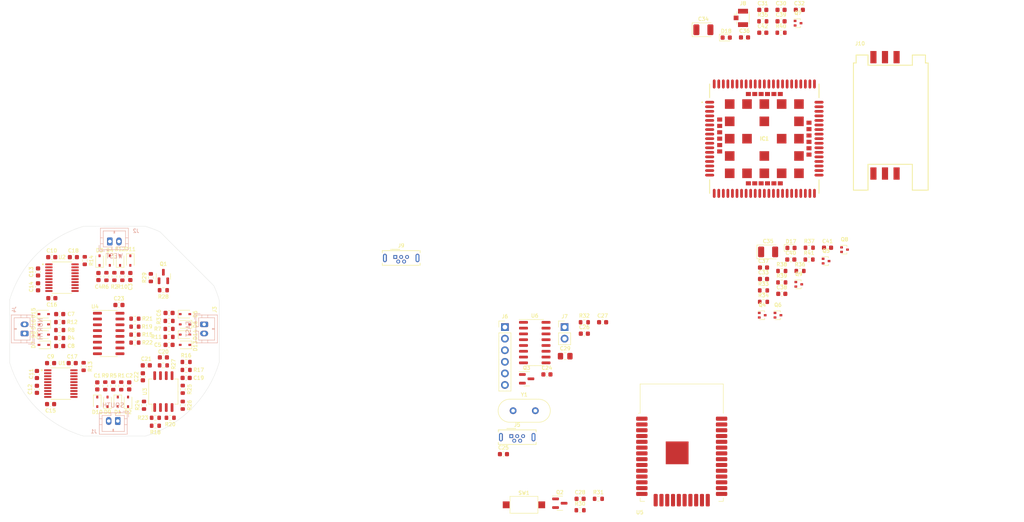
<source format=kicad_pcb>
(kicad_pcb (version 20211014) (generator pcbnew)
  (layers (0 "F.Cu" signal) (31 "B.Cu" signal) (34 "B.Paste" user) (35 "F.Paste" user) (36 "B.SilkS" user "B.Silkscreen") (37 "F.SilkS" user "F.Silkscreen") (38 "B.Mask" user) (39 "F.Mask" user) (44 "Edge.Cuts" user))
  (net 0 "")
  (net 1 "Net-(C1-Pad1)")
  (net 2 "SOUTH")
  (net 3 "Net-(C2-Pad1)")
  (net 4 "SOUTH_IN")
  (net 5 "Net-(C3-Pad1)")
  (net 6 "WEST")
  (net 7 "Net-(C4-Pad1)")
  (net 8 "WEST_IN")
  (net 9 "Net-(C5-Pad1)")
  (net 10 "NORTH")
  (net 11 "Net-(C6-Pad1)")
  (net 12 "NORTH_IN")
  (net 13 "Net-(C7-Pad1)")
  (net 14 "EAST")
  (net 15 "Net-(C8-Pad1)")
  (net 16 "EAST_IN")
  (net 17 "Net-(C9-Pad1)")
  (net 18 "GND")
  (net 19 "Net-(C10-Pad1)")
  (net 20 "Net-(C11-Pad1)")
  (net 21 "Net-(C11-Pad2)")
  (net 22 "Net-(C12-Pad1)")
  (net 23 "Net-(C12-Pad2)")
  (net 24 "Net-(C13-Pad1)")
  (net 25 "Net-(C13-Pad2)")
  (net 26 "Net-(C14-Pad1)")
  (net 27 "Net-(C14-Pad2)")
  (net 28 "Net-(C15-Pad1)")
  (net 29 "Net-(C16-Pad1)")
  (net 30 "+3.3V")
  (net 31 "/Anemometer/VGND")
  (net 32 "Net-(C20-Pad1)")
  (net 33 "ECHO_OUT")
  (net 34 "+3.3VP")
  (net 35 "RST")
  (net 36 "Net-(C25-Pad2)")
  (net 37 "Net-(C26-Pad2)")
  (net 38 "+3V3")
  (net 39 "+3V8")
  (net 40 "USIM_VDD")
  (net 41 "USIM_DATA")
  (net 42 "USIM_CLK")
  (net 43 "USIM_RST")
  (net 44 "SIM_RST")
  (net 45 "PWRKEY")
  (net 46 "Net-(D10-Pad2)")
  (net 47 "Net-(D11-Pad1)")
  (net 48 "Net-(D13-Pad1)")
  (net 49 "Net-(D15-Pad1)")
  (net 50 "Net-(D17-Pad1)")
  (net 51 "Net-(D17-Pad2)")
  (net 52 "Net-(D18-Pad1)")
  (net 53 "Net-(D18-Pad2)")
  (net 60 "LTE_TXD")
  (net 61 "LTE_RXD")
  (net 66 "+1V8")
  (net 72 "SIM_VUSB")
  (net 75 "SIM_DN")
  (net 76 "SIM_DP")
  (net 82 "/4G_LTE/EAR_P")
  (net 83 "/4G_LTE/EAR_N")
  (net 84 "/4G_LTE/MIC_P")
  (net 85 "/4G_LTE/MIC_N")
  (net 92 "NETLIGHT")
  (net 94 "Net-(IC1-Pad60)")
  (net 95 "STATUS")
  (net 130 "VBUS")
  (net 131 "Net-(J5-Pad2)")
  (net 132 "Net-(J5-Pad3)")
  (net 135 "TXD")
  (net 136 "RXD")
  (net 137 "DTR")
  (net 138 "RTS")
  (net 139 "IO0")
  (net 142 "Net-(J10-PadC2)")
  (net 143 "Net-(J10-PadC3)")
  (net 145 "Net-(J10-PadC7)")
  (net 146 "Net-(Q1-Pad1)")
  (net 147 "Net-(Q2-Pad1)")
  (net 148 "Net-(Q3-Pad1)")
  (net 149 "LTE_TXD_3V3")
  (net 150 "/4G_LTE/SIM_RST_IN")
  (net 151 "LTE_RXD_3V3")
  (net 152 "/4G_LTE/PWRKEY_IN")
  (net 153 "PWR_DRV0")
  (net 154 "SOUTH_DRV0")
  (net 155 "/Anemometer/VREF+")
  (net 156 "Y")
  (net 157 "Net-(R18-Pad2)")
  (net 158 "WEST_DRV0")
  (net 159 "Net-(R20-Pad2)")
  (net 160 "NORTH_DRV0")
  (net 161 "EAST_DRV0")
  (net 162 "Net-(R23-Pad1)")
  (net 163 "Net-(R25-Pad1)")
  (net 164 "PWR_ON")
  (net 165 "/4G_LTE/RX2")
  (net 166 "/4G_LTE/TX2")
  (net 184 "/MCU/TX1")
  (net 193 "/MCU/RX1")
  (net 194 "LED_IO")
  (net 195 "/MCU/CAN_rx")
  (net 196 "/MCU/RX2")
  (net 197 "/MCU/TX2")
  (net 198 "/MCU/CAN_tx")
  (net 199 "SCLK")
  (net 200 "MISO")
  (net 202 "SDA")
  (net 203 "SCL")
  (net 204 "MOSI")
  (net 210 "SWITCH_B")
  (net 211 "SWITCH_A")
  (net 212 "PWM_IN")
  (footprint "Resistor_SMD:R_0603_1608Metric" (layer "F.Cu") (at 115 112.75 90)
    (fp_text reference "R25" (at 0 1.5 90) (layer "F.SilkS") (effects (font (size 0.8 0.8))))
    (fp_text value "100K")
    (pad "1" smd roundrect (at -0.825 0 90) (size 0.8 0.95) (layers "F.Cu" "F.Paste" "F.Mask") (net 163 "Net-(R25-Pad1)"))
    (pad "2" smd roundrect (at 0.825 0 90) (size 0.8 0.95) (layers "F.Cu" "F.Paste" "F.Mask") (net 31 "/Anemometer/VGND"))
  )
  (footprint "Resistor_SMD:R_0603_1608Metric" (layer "F.Cu") (at 100 88 90)
    (fp_text reference "R2" (at -2.25 0) (layer "F.SilkS") (effects (font (size 0.8 0.8))))
    (fp_text value "4.7K")
    (pad "1" smd roundrect (at -0.825 0 90) (size 0.8 0.95) (layers "F.Cu" "F.Paste" "F.Mask") (net 7 "Net-(C4-Pad1)"))
    (pad "2" smd roundrect (at 0.825 0 90) (size 0.8 0.95) (layers "F.Cu" "F.Paste" "F.Mask") (net 47 "Net-(D11-Pad1)"))
  )
  (footprint "Resistor_SMD:R_0603_1608Metric" (layer "F.Cu") (at 104.5 100.75)
    (fp_text reference "R15" (at 2.75 0) (layer "F.SilkS") (effects (font (size 0.8 0.8))))
    (fp_text value "10K")
    (pad "1" smd roundrect (at -0.825 0) (size 0.8 0.95) (layers "F.Cu" "F.Paste" "F.Mask") (net 154 "SOUTH_DRV0"))
    (pad "2" smd roundrect (at 0.825 0) (size 0.8 0.95) (layers "F.Cu" "F.Paste" "F.Mask") (net 18 "GND"))
  )
  (footprint "Resistor_SMD:R_0603_1608Metric" (layer "F.Cu") (at 246.46 89.29)
    (fp_text reference "R39" (at 0 -1.43) (layer "F.SilkS") (effects (font (size 0.8 0.8))))
    (fp_text value "22")
    (pad "1" smd roundrect (at -0.825 0) (size 0.8 0.95) (layers "F.Cu" "F.Paste" "F.Mask") (net 42 "USIM_CLK"))
    (pad "2" smd roundrect (at 0.825 0) (size 0.8 0.95) (layers "F.Cu" "F.Paste" "F.Mask") (net 143 "Net-(J10-PadC3)"))
  )
  (footprint "Diode_SMD:D_SOD-323" (layer "F.Cu") (at 84.5 100.75)
    (fp_text reference "D8" (at -2.25 0 90) (layer "F.SilkS") (effects (font (size 0.8 0.8))))
    (fp_text value "1N4148WS")
    (pad "1" smd rect (at -1.05 0) (size 0.6 0.45) (layers "F.Cu" "F.Paste" "F.Mask") (net 18 "GND"))
    (pad "2" smd rect (at 1.05 0) (size 0.6 0.45) (layers "F.Cu" "F.Paste" "F.Mask") (net 15 "Net-(C8-Pad1)"))
  )
  (footprint "Capacitor_SMD:C_0603_1608Metric" (layer "F.Cu") (at 242.45 86.03)
    (fp_text reference "C37" (at 0 -1.43) (layer "F.SilkS") (effects (font (size 0.8 0.8))))
    (fp_text value "33pF")
    (pad "1" smd roundrect (at -0.775 0) (size 0.9 0.95) (layers "F.Cu" "F.Paste" "F.Mask") (net 18 "GND"))
    (pad "2" smd roundrect (at 0.775 0) (size 0.9 0.95) (layers "F.Cu" "F.Paste" "F.Mask") (net 40 "USIM_VDD"))
  )
  (footprint "ZMPT101B:ESP32-WROOM-32_ex" (layer "F.Cu") (at 224.5 127.45)
    (fp_text reference "U5" (at -9.2 12.3) (layer "F.SilkS") (effects (font (size 0.8 0.8))))
    (fp_text value "ESP32-WROOM-32D")
    (pad "1" smd roundrect (at -8.75 -8.255) (size 2.5 0.9) (layers "F.Cu" "F.Paste" "F.Mask") (net 18 "GND"))
    (pad "2" smd roundrect (at -8.75 -6.985) (size 2.5 0.9) (layers "F.Cu" "F.Paste" "F.Mask") (net 38 "+3V3"))
    (pad "3" smd roundrect (at -8.75 -5.715) (size 2.5 0.9) (layers "F.Cu" "F.Paste" "F.Mask") (net 35 "RST"))
    (pad "4" smd roundrect (at -8.75 -4.445) (size 2.5 0.9) (layers "F.Cu" "F.Paste" "F.Mask"))
    (pad "5" smd roundrect (at -8.75 -3.175) (size 2.5 0.9) (layers "F.Cu" "F.Paste" "F.Mask"))
    (pad "6" smd roundrect (at -8.75 -1.905) (size 2.5 0.9) (layers "F.Cu" "F.Paste" "F.Mask"))
    (pad "7" smd roundrect (at -8.75 -0.635) (size 2.5 0.9) (layers "F.Cu" "F.Paste" "F.Mask"))
    (pad "8" smd roundrect (at -8.75 0.635) (size 2.5 0.9) (layers "F.Cu" "F.Paste" "F.Mask"))
    (pad "9" smd roundrect (at -8.75 1.905) (size 2.5 0.9) (layers "F.Cu" "F.Paste" "F.Mask"))
    (pad "10" smd roundrect (at -8.75 3.175) (size 2.5 0.9) (layers "F.Cu" "F.Paste" "F.Mask"))
    (pad "11" smd roundrect (at -8.75 4.445) (size 2.5 0.9) (layers "F.Cu" "F.Paste" "F.Mask"))
    (pad "12" smd roundrect (at -8.75 5.715) (size 2.5 0.9) (layers "F.Cu" "F.Paste" "F.Mask"))
    (pad "13" smd roundrect (at -8.75 6.985) (size 2.5 0.9) (layers "F.Cu" "F.Paste" "F.Mask") (net 184 "/MCU/TX1"))
    (pad "14" smd roundrect (at -8.75 8.255) (size 2.5 0.9) (layers "F.Cu" "F.Paste" "F.Mask"))
    (pad "15" smd roundrect (at -5.715 9.6275 90) (size 2.745 0.9) (layers "F.Cu" "F.Paste" "F.Mask") (net 18 "GND"))
    (pad "16" smd roundrect (at -4.445 9.6275 90) (size 2.745 0.9) (layers "F.Cu" "F.Paste" "F.Mask"))
    (pad "17" smd roundrect (at -3.175 9.6275 90) (size 2.745 0.9) (layers "F.Cu" "F.Paste" "F.Mask"))
    (pad "18" smd roundrect (at -1.905 9.6275 90) (size 2.745 0.9) (layers "F.Cu" "F.Paste" "F.Mask"))
    (pad "19" smd roundrect (at -0.635 9.6275 90) (size 2.745 0.9) (layers "F.Cu" "F.Paste" "F.Mask"))
    (pad "20" smd roundrect (at 0.635 9.6275 90) (size 2.745 0.9) (layers "F.Cu" "F.Paste" "F.Mask"))
    (pad "21" smd roundrect (at 1.905 9.6275 90) (size 2.745 0.9) (layers "F.Cu" "F.Paste" "F.Mask"))
    (pad "22" smd roundrect (at 3.175 9.6275 90) (size 2.745 0.9) (layers "F.Cu" "F.Paste" "F.Mask"))
    (pad "23" smd roundrect (at 4.445 9.6275 90) (size 2.745 0.9) (layers "F.Cu" "F.Paste" "F.Mask") (net 193 "/MCU/RX1"))
    (pad "24" smd roundrect (at 5.715 9.6275 90) (size 2.745 0.9) (layers "F.Cu" "F.Paste" "F.Mask") (net 194 "LED_IO"))
    (pad "25" smd roundrect (at 8.75 8.255) (size 2.5 0.9) (layers "F.Cu" "F.Paste" "F.Mask") (net 139 "IO0"))
    (pad "26" smd roundrect (at 8.75 6.985) (size 2.5 0.9) (layers "F.Cu" "F.Paste" "F.Mask") (net 195 "/MCU/CAN_rx"))
    (pad "27" smd roundrect (at 8.75 5.715) (size 2.5 0.9) (layers "F.Cu" "F.Paste" "F.Mask") (net 196 "/MCU/RX2"))
    (pad "28" smd roundrect (at 8.75 4.445) (size 2.5 0.9) (layers "F.Cu" "F.Paste" "F.Mask") (net 197 "/MCU/TX2"))
    (pad "29" smd roundrect (at 8.75 3.175) (size 2.5 0.9) (layers "F.Cu" "F.Paste" "F.Mask") (net 198 "/MCU/CAN_tx"))
    (pad "30" smd roundrect (at 8.75 1.905) (size 2.5 0.9) (layers "F.Cu" "F.Paste" "F.Mask") (net 199 "SCLK"))
    (pad "31" smd roundrect (at 8.75 0.635) (size 2.5 0.9) (layers "F.Cu" "F.Paste" "F.Mask") (net 200 "MISO"))
    (pad "32" smd roundrect (at 8.75 -0.635) (size 2.5 0.9) (layers "F.Cu" "F.Paste" "F.Mask"))
    (pad "33" smd roundrect (at 8.75 -1.905) (size 2.5 0.9) (layers "F.Cu" "F.Paste" "F.Mask") (net 202 "SDA"))
    (pad "34" smd roundrect (at 8.75 -3.175) (size 2.5 0.9) (layers "F.Cu" "F.Paste" "F.Mask") (net 135 "TXD"))
    (pad "35" smd roundrect (at 8.75 -4.445) (size 2.5 0.9) (layers "F.Cu" "F.Paste" "F.Mask") (net 136 "RXD"))
    (pad "36" smd roundrect (at 8.75 -5.715) (size 2.5 0.9) (layers "F.Cu" "F.Paste" "F.Mask") (net 203 "SCL"))
    (pad "37" smd roundrect (at 8.75 -6.985) (size 2.5 0.9) (layers "F.Cu" "F.Paste" "F.Mask") (net 204 "MOSI"))
    (pad "38" smd roundrect (at 8.75 -8.255) (size 2.5 0.9) (layers "F.Cu" "F.Paste" "F.Mask") (net 18 "GND"))
    (pad "39" smd rect (at -1 -0.755) (size 5 5) (layers "F.Cu" "F.Paste" "F.Mask") (net 18 "GND"))
  )
  (footprint "Package_TO_SOT_SMD:SOT-416" (layer "F.Cu") (at 256.18 84.61)
    (fp_text reference "Q5" (at 0 -2.25) (layer "F.SilkS") (effects (font (size 0.8 0.8))))
    (fp_text value "DTC143Z")
    (pad "1" smd rect (at -0.65 -0.5) (size 0.6 0.5) (layers "F.Cu" "F.Paste" "F.Mask") (net 92 "NETLIGHT"))
    (pad "2" smd rect (at -0.65 0.5) (size 0.6 0.5) (layers "F.Cu" "F.Paste" "F.Mask") (net 18 "GND"))
    (pad "3" smd rect (at 0.65 0) (size 0.6 0.5) (layers "F.Cu" "F.Paste" "F.Mask") (net 52 "Net-(D18-Pad1)"))
  )
  (footprint "Capacitor_SMD:C_0603_1608Metric" (layer "F.Cu") (at 115.75 110.25 180)
    (fp_text reference "C19" (at -2.75 0) (layer "F.SilkS") (effects (font (size 0.8 0.8))))
    (fp_text value "4.7uF")
    (pad "1" smd roundrect (at -0.775 0 180) (size 0.9 0.95) (layers "F.Cu" "F.Paste" "F.Mask") (net 18 "GND"))
    (pad "2" smd roundrect (at 0.775 0 180) (size 0.9 0.95) (layers "F.Cu" "F.Paste" "F.Mask") (net 31 "/Anemometer/VGND"))
  )
  (footprint "Capacitor_SMD:C_0603_1608Metric" (layer "F.Cu") (at 202.2 136.78)
    (fp_text reference "C28" (at 0 -1.43) (layer "F.SilkS") (effects (font (size 0.8 0.8))))
    (fp_text value "100nF")
    (pad "1" smd roundrect (at -0.775 0) (size 0.9 0.95) (layers "F.Cu" "F.Paste" "F.Mask") (net 38 "+3V3"))
    (pad "2" smd roundrect (at 0.775 0) (size 0.9 0.95) (layers "F.Cu" "F.Paste" "F.Mask") (net 18 "GND"))
  )
  (footprint "Capacitor_SMD:C_0603_1608Metric" (layer "F.Cu") (at 96.5 88 -90)
    (fp_text reference "C4" (at 2.25 0) (layer "F.SilkS") (effects (font (size 0.8 0.8))))
    (fp_text value "100nF")
    (pad "1" smd roundrect (at -0.775 0 270) (size 0.9 0.95) (layers "F.Cu" "F.Paste" "F.Mask") (net 7 "Net-(C4-Pad1)"))
    (pad "2" smd roundrect (at 0.775 0 270) (size 0.9 0.95) (layers "F.Cu" "F.Paste" "F.Mask") (net 8 "WEST_IN"))
  )
  (footprint "Capacitor_SMD:C_0603_1608Metric" (layer "F.Cu") (at 86.275 92.75 180)
    (fp_text reference "C16" (at 0 -1.43) (layer "F.SilkS") (effects (font (size 0.8 0.8))))
    (fp_text value "2.2uF")
    (pad "1" smd roundrect (at -0.775 0 180) (size 0.9 0.95) (layers "F.Cu" "F.Paste" "F.Mask") (net 29 "Net-(C16-Pad1)"))
    (pad "2" smd roundrect (at 0.775 0 180) (size 0.9 0.95) (layers "F.Cu" "F.Paste" "F.Mask") (net 18 "GND"))
  )
  (footprint "Resistor_SMD:R_0603_1608Metric" (layer "F.Cu") (at 101.75 88 90)
    (fp_text reference "R10" (at -2.25 0) (layer "F.SilkS") (effects (font (size 0.8 0.8))))
    (fp_text value "10K")
    (pad "1" smd roundrect (at -0.825 0 90) (size 0.8 0.95) (layers "F.Cu" "F.Paste" "F.Mask") (net 18 "GND"))
    (pad "2" smd roundrect (at 0.825 0 90) (size 0.8 0.95) (layers "F.Cu" "F.Paste" "F.Mask") (net 5 "Net-(C3-Pad1)"))
  )
  (footprint "Resistor_SMD:R_0603_1608Metric" (layer "F.Cu") (at 206.21 136.78)
    (fp_text reference "R31" (at 0 -1.43) (layer "F.SilkS") (effects (font (size 0.8 0.8))))
    (fp_text value "10K")
    (pad "1" smd roundrect (at -0.825 0) (size 0.8 0.95) (layers "F.Cu" "F.Paste" "F.Mask") (net 137 "DTR"))
    (pad "2" smd roundrect (at 0.825 0) (size 0.8 0.95) (layers "F.Cu" "F.Paste" "F.Mask") (net 147 "Net-(Q2-Pad1)"))
  )
  (footprint "Capacitor_SMD:C_0603_1608Metric" (layer "F.Cu") (at 103.25 112 90)
    (fp_text reference "C2" (at 2.25 0) (layer "F.SilkS") (effects (font (size 0.8 0.8))))
    (fp_text value "100nF")
    (pad "1" smd roundrect (at -0.775 0 90) (size 0.9 0.95) (layers "F.Cu" "F.Paste" "F.Mask") (net 3 "Net-(C2-Pad1)"))
    (pad "2" smd roundrect (at 0.775 0 90) (size 0.9 0.95) (layers "F.Cu" "F.Paste" "F.Mask") (net 4 "SOUTH_IN"))
  )
  (footprint "Capacitor_SMD:C_0603_1608Metric" (layer "F.Cu") (at 207.14 98.03)
    (fp_text reference "C27" (at 0 -1.43) (layer "F.SilkS") (effects (font (size 0.8 0.8))))
    (fp_text value "100nF")
    (pad "1" smd roundrect (at -0.775 0) (size 0.9 0.95) (layers "F.Cu" "F.Paste" "F.Mask") (net 18 "GND"))
    (pad "2" smd roundrect (at 0.775 0) (size 0.9 0.95) (layers "F.Cu" "F.Paste" "F.Mask") (net 38 "+3V3"))
  )
  (footprint "Package_TO_SOT_SMD:SOT-416" (layer "F.Cu") (at 260.23 82.1)
    (fp_text reference "Q8" (at 0 -2.25) (layer "F.SilkS") (effects (font (size 0.8 0.8))))
    (fp_text value "DTC143Z")
    (pad "1" smd rect (at -0.65 -0.5) (size 0.6 0.5) (layers "F.Cu" "F.Paste" "F.Mask") (net 66 "+1V8"))
    (pad "2" smd rect (at -0.65 0.5) (size 0.6 0.5) (layers "F.Cu" "F.Paste" "F.Mask") (net 151 "LTE_RXD_3V3"))
    (pad "3" smd rect (at 0.65 0) (size 0.6 0.5) (layers "F.Cu" "F.Paste" "F.Mask") (net 61 "LTE_RXD"))
  )
  (footprint "Capacitor_SMD:C_0603_1608Metric" (layer "F.Cu") (at 242.29 29.48)
    (fp_text reference "C31" (at 0 -1.43) (layer "F.SilkS") (effects (font (size 0.8 0.8))))
    (fp_text value "33pF")
    (pad "1" smd roundrect (at -0.775 0) (size 0.9 0.95) (layers "F.Cu" "F.Paste" "F.Mask") (net 18 "GND"))
    (pad "2" smd roundrect (at 0.775 0) (size 0.9 0.95) (layers "F.Cu" "F.Paste" "F.Mask") (net 39 "+3V8"))
  )
  (footprint "Capacitor_SMD:C_0603_1608Metric" (layer "F.Cu") (at 246.46 91.8)
    (fp_text reference "C38" (at 0 -1.43) (layer "F.SilkS") (effects (font (size 0.8 0.8))))
    (fp_text value "33pF")
    (pad "1" smd roundrect (at -0.775 0) (size 0.9 0.95) (layers "F.Cu" "F.Paste" "F.Mask") (net 18 "GND"))
    (pad "2" smd roundrect (at 0.775 0) (size 0.9 0.95) (layers "F.Cu" "F.Paste" "F.Mask") (net 41 "USIM_DATA"))
  )
  (footprint "Diode_SMD:D_SOD-323" (layer "F.Cu") (at 103 115.5 90)
    (fp_text reference "D2" (at -2.25 0) (layer "F.SilkS") (effects (font (size 0.8 0.8))))
    (fp_text value "1N4148WS")
    (pad "1" smd rect (at -1.05 0 90) (size 0.6 0.45) (layers "F.Cu" "F.Paste" "F.Mask") (net 18 "GND"))
    (pad "2" smd rect (at 1.05 0 90) (size 0.6 0.45) (layers "F.Cu" "F.Paste" "F.Mask") (net 3 "Net-(C2-Pad1)"))
  )
  (footprint "Diode_SMD:D_SOD-323" (layer "F.Cu") (at 100.75 115.5 -90)
    (fp_text reference "D1" (at 2.25 0) (layer "F.SilkS") (effects (font (size 0.8 0.8))))
    (fp_text value "1N4148WS")
    (pad "1" smd rect (at -1.05 0 270) (size 0.6 0.45) (layers "F.Cu" "F.Paste" "F.Mask") (net 3 "Net-(C2-Pad1)"))
    (pad "2" smd rect (at 1.05 0 270) (size 0.6 0.45) (layers "F.Cu" "F.Paste" "F.Mask") (net 18 "GND"))
  )
  (footprint "Resistor_SMD:R_0603_1608Metric" (layer "F.Cu") (at 115.75 106.75)
    (fp_text reference "R16" (at 0 -1.43) (layer "F.SilkS") (effects (font (size 0.8 0.8))))
    (fp_text value "100K")
    (pad "1" smd roundrect (at -0.825 0) (size 0.8 0.95) (layers "F.Cu" "F.Paste" "F.Mask") (net 155 "/Anemometer/VREF+"))
    (pad "2" smd roundrect (at 0.825 0) (size 0.8 0.95) (layers "F.Cu" "F.Paste" "F.Mask") (net 31 "/Anemometer/VGND"))
  )
  (footprint "Capacitor_SMD:C_0603_1608Metric" (layer "F.Cu") (at 246.3 29.48)
    (fp_text reference "C30" (at 0 -1.43) (layer "F.SilkS") (effects (font (size 0.8 0.8))))
    (fp_text value "10pF")
    (pad "1" smd roundrect (at -0.775 0) (size 0.9 0.95) (layers "F.Cu" "F.Paste" "F.Mask") (net 18 "GND"))
    (pad "2" smd roundrect (at 0.775 0) (size 0.9 0.95) (layers "F.Cu" "F.Paste" "F.Mask") (net 39 "+3V8"))
  )
  (footprint "Package_TO_SOT_SMD:SOT-416" (layer "F.Cu") (at 250.19 89.71)
    (fp_text reference "Q9" (at 0 -2.25) (layer "F.SilkS") (effects (font (size 0.8 0.8))))
    (fp_text value "DTC143Z")
    (pad "1" smd rect (at -0.65 -0.5) (size 0.6 0.5) (layers "F.Cu" "F.Paste" "F.Mask") (net 152 "/4G_LTE/PWRKEY_IN"))
    (pad "2" smd rect (at -0.65 0.5) (size 0.6 0.5) (layers "F.Cu" "F.Paste" "F.Mask") (net 18 "GND"))
    (pad "3" smd rect (at 0.65 0) (size 0.6 0.5) (layers "F.Cu" "F.Paste" "F.Mask") (net 45 "PWRKEY"))
  )
  (footprint "Connector_USB:USB_Micro-B_Wuerth_614105150721_Vertical" (layer "F.Cu") (at 161.64 83.71)
    (fp_text reference "J9" (at 1.3 -2.48) (layer "F.SilkS") (effects (font (size 0.8 0.8))))
    (fp_text value "USB_B_Micro")
    (pad "1" thru_hole rect (at 0 0) (size 0.84 0.84) (drill 0.44) (layers *.Cu *.Mask) (net 72 "SIM_VUSB"))
    (pad "2" thru_hole circle (at 0.65 1) (size 0.84 0.84) (drill 0.44) (layers *.Cu *.Mask) (net 75 "SIM_DN"))
    (pad "3" thru_hole circle (at 1.3 0) (size 0.84 0.84) (drill 0.44) (layers *.Cu *.Mask) (net 76 "SIM_DP"))
    (pad "4" thru_hole circle (at 1.95 1) (size 0.84 0.84) (drill 0.44) (layers *.Cu *.Mask))
    (pad "5" thru_hole circle (at 2.6 0) (size 0.84 0.84) (drill 0.44) (layers *.Cu *.Mask) (net 18 "GND"))
    (pad "6" thru_hole oval (at -2.275 0.22) (size 0.85 1.85) (drill oval 0.35 1.35) (layers *.Cu *.Mask))
    (pad "6" thru_hole oval (at 4.875 0.22) (size 0.85 1.85) (drill oval 0.35 1.35) (layers *.Cu *.Mask))
  )
  (footprint "Resistor_SMD:R_0603_1608Metric" (layer "F.Cu") (at 109 120.75 180)
    (fp_text reference "R18" (at 0 -1.43) (layer "F.SilkS") (effects (font (size 0.8 0.8))))
    (fp_text value "33R")
    (pad "1" smd roundrect (at -0.825 0 180) (size 0.8 0.95) (layers "F.Cu" "F.Paste" "F.Mask") (net 156 "Y"))
    (pad "2" smd roundrect (at 0.825 0 180) (size 0.8 0.95) (layers "F.Cu" "F.Paste" "F.Mask") (net 157 "Net-(R18-Pad2)"))
  )
  (footprint "Resistor_SMD:R_0603_1608Metric" (layer "F.Cu") (at 252.49 81.68)
    (fp_text reference "R37" (at 0 -1.43) (layer "F.SilkS") (effects (font (size 0.8 0.8))))
    (fp_text value "10K")
    (pad "1" smd roundrect (at -0.825 0) (size 0.8 0.95) (layers "F.Cu" "F.Paste" "F.Mask") (net 149 "LTE_TXD_3V3"))
    (pad "2" smd roundrect (at 0.825 0) (size 0.8 0.95) (layers "F.Cu" "F.Paste" "F.Mask") (net 38 "+3V3"))
  )
  (footprint "Capacitor_SMD:C_0603_1608Metric" (layer "F.Cu") (at 86 116 180)
    (fp_text reference "C15" (at 0 -1.43) (layer "F.SilkS") (effects (font (size 0.8 0.8))))
    (fp_text value "2.2uF")
    (pad "1" smd roundrect (at -0.775 0 180) (size 0.9 0.95) (layers "F.Cu" "F.Paste" "F.Mask") (net 28 "Net-(C15-Pad1)"))
    (pad "2" smd roundrect (at 0.775 0 180) (size 0.9 0.95) (layers "F.Cu" "F.Paste" "F.Mask") (net 18 "GND"))
  )
  (footprint "Capacitor_SMD:C_0603_1608Metric" (layer "F.Cu") (at 185.38 126.98)
    (fp_text reference "C25" (at 0 -1.43) (layer "F.SilkS") (effects (font (size 0.8 0.8))))
    (fp_text value "22pF")
    (pad "1" smd roundrect (at -0.775 0) (size 0.9 0.95) (layers "F.Cu" "F.Paste" "F.Mask") (net 18 "GND"))
    (pad "2" smd roundrect (at 0.775 0) (size 0.9 0.95) (layers "F.Cu" "F.Paste" "F.Mask") (net 36 "Net-(C25-Pad2)"))
  )
  (footprint "Resistor_SMD:R_0603_1608Metric" (layer "F.Cu") (at 250.47 86.78)
    (fp_text reference "R36" (at 0 -1.43) (layer "F.SilkS") (effects (font (size 0.8 0.8))))
    (fp_text value "1K")
    (pad "1" smd roundrect (at -0.825 0) (size 0.8 0.95) (layers "F.Cu" "F.Paste" "F.Mask") (net 53 "Net-(D18-Pad2)"))
    (pad "2" smd roundrect (at 0.825 0) (size 0.8 0.95) (layers "F.Cu" "F.Paste" "F.Mask") (net 39 "+3V8"))
  )
  (footprint "Capacitor_SMD:C_0603_1608Metric" (layer "F.Cu") (at 83.25 90.25 -90)
    (fp_text reference "C14" (at 0 1.5 90) (layer "F.SilkS") (effects (font (size 0.8 0.8))))
    (fp_text value "2.2uF")
    (pad "1" smd roundrect (at -0.775 0 270) (size 0.9 0.95) (layers "F.Cu" "F.Paste" "F.Mask") (net 26 "Net-(C14-Pad1)"))
    (pad "2" smd roundrect (at 0.775 0 270) (size 0.9 0.95) (layers "F.Cu" "F.Paste" "F.Mask") (net 27 "Net-(C14-Pad2)"))
  )
  (footprint "Resistor_SMD:R_0603_1608Metric" (layer "F.Cu") (at 101.5 112 -90)
    (fp_text reference "R1" (at -2.25 0) (layer "F.SilkS") (effects (font (size 0.8 0.8))))
    (fp_text value "4.7K")
    (pad "1" smd roundrect (at -0.825 0 270) (size 0.8 0.95) (layers "F.Cu" "F.Paste" "F.Mask") (net 3 "Net-(C2-Pad1)"))
    (pad "2" smd roundrect (at 0.825 0 270) (size 0.8 0.95) (layers "F.Cu" "F.Paste" "F.Mask") (net 46 "Net-(D10-Pad2)"))
  )
  (footprint "Package_TO_SOT_SMD:SOT-23" (layer "F.Cu") (at 110.75 88 90)
    (fp_text reference "Q1" (at 2.75 0 180) (layer "F.SilkS") (effects (font (size 0.8 0.8))))
    (fp_text value "Si2371EDS")
    (pad "1" smd roundrect (at -0.9375 -0.95 90) (size 1.475 0.6) (layers "F.Cu" "F.Paste" "F.Mask") (net 146 "Net-(Q1-Pad1)"))
    (pad "2" smd roundrect (at -0.9375 0.95 90) (size 1.475 0.6) (layers "F.Cu" "F.Paste" "F.Mask") (net 30 "+3.3V"))
    (pad "3" smd roundrect (at 0.9375 0 90) (size 1.475 0.6) (layers "F.Cu" "F.Paste" "F.Mask") (net 34 "+3.3VP"))
  )
  (footprint "Package_SO:SOIC-16_3.9x9.9mm_P1.27mm" (layer "F.Cu") (at 98.75 100.5)
    (fp_text reference "U4" (at -3 -5.9) (layer "F.SilkS") (effects (font (size 0.8 0.8))))
    (fp_text value "4052")
    (pad "1" smd roundrect (at -2.475 -4.445) (size 1.95 0.6) (layers "F.Cu" "F.Paste" "F.Mask") (net 12 "NORTH_IN"))
    (pad "2" smd roundrect (at -2.475 -3.175) (size 1.95 0.6) (layers "F.Cu" "F.Paste" "F.Mask") (net 4 "SOUTH_IN"))
    (pad "3" smd roundrect (at -2.475 -1.905) (size 1.95 0.6) (layers "F.Cu" "F.Paste" "F.Mask") (net 156 "Y"))
    (pad "4" smd roundrect (at -2.475 -0.635) (size 1.95 0.6) (layers "F.Cu" "F.Paste" "F.Mask") (net 8 "WEST_IN"))
    (pad "5" smd roundrect (at -2.475 0.635) (size 1.95 0.6) (layers "F.Cu" "F.Paste" "F.Mask") (net 16 "EAST_IN"))
    (pad "6" smd roundrect (at -2.475 1.905) (size 1.95 0.6) (layers "F.Cu" "F.Paste" "F.Mask") (net 164 "PWR_ON"))
    (pad "7" smd roundrect (at -2.475 3.175) (size 1.95 0.6) (layers "F.Cu" "F.Paste" "F.Mask") (net 18 "GND"))
    (pad "8" smd roundrect (at -2.475 4.445) (size 1.95 0.6) (layers "F.Cu" "F.Paste" "F.Mask") (net 18 "GND"))
    (pad "9" smd roundrect (at 2.475 4.445) (size 1.95 0.6) (layers "F.Cu" "F.Paste" "F.Mask") (net 210 "SWITCH_B"))
    (pad "10" smd roundrect (at 2.475 3.175) (size 1.95 0.6) (layers "F.Cu" "F.Paste" "F.Mask") (net 211 "SWITCH_A"))
    (pad "11" smd roundrect (at 2.475 1.905) (size 1.95 0.6) (layers "F.Cu" "F.Paste" "F.Mask") (net 161 "EAST_DRV0"))
    (pad "12" smd roundrect (at 2.475 0.635) (size 1.95 0.6) (layers "F.Cu" "F.Paste" "F.Mask") (net 154 "SOUTH_DRV0"))
    (pad "13" smd roundrect (at 2.475 -0.635) (size 1.95 0.6) (layers "F.Cu" "F.Paste" "F.Mask") (net 212 "PWM_IN"))
    (pad "14" smd roundrect (at 2.475 -1.905) (size 1.95 0.6) (layers "F.Cu" "F.Paste" "F.Mask") (net 158 "WEST_DRV0"))
    (pad "15" smd roundrect (at 2.475 -3.175) (size 1.95 0.6) (layers "F.Cu" "F.Paste" "F.Mask") (net 160 "NORTH_DRV0"))
    (pad "16" smd roundrect (at 2.475 -4.445) (size 1.95 0.6) (layers "F.Cu" "F.Paste" "F.Mask") (net 30 "+3.3V"))
  )
  (footprint "Resistor_SMD:R_0603_1608Metric" (layer "F.Cu") (at 112.25 119 180)
    (fp_text reference "R20" (at 0 -1.43) (layer "F.SilkS") (effects (font (size 0.8 0.8))))
    (fp_text value "4.7K")
    (pad "1" smd roundrect (at -0.825 0 180) (size 0.8 0.95) (layers "F.Cu" "F.Paste" "F.Mask") (net 31 "/Anemometer/VGND"))
    (pad "2" smd roundrect (at 0.825 0 180) (size 0.8 0.95) (layers "F.Cu" "F.Paste" "F.Mask") (net 159 "Net-(R20-Pad2)"))
  )
  (footprint "Capacitor_SMD:C_0603_1608Metric" (layer "F.Cu") (at 106.25 110 90)
    (fp_text reference "C22" (at 0 -1.43 90) (layer "F.SilkS") (effects (font (size 0.8 0.8))))
    (fp_text value "100nF")
    (pad "1" smd roundrect (at -0.775 0 90) (size 0.9 0.95) (layers "F.Cu" "F.Paste" "F.Mask") (net 18 "GND"))
    (pad "2" smd roundrect (at 0.775 0 90) (size 0.9 0.95) (layers "F.Cu" "F.Paste" "F.Mask") (net 34 "+3.3VP"))
  )
  (footprint "Capacitor_SMD:C_0603_1608Metric" (layer "F.Cu") (at 238.28 35.53)
    (fp_text reference "C36" (at 0 -1.43) (layer "F.SilkS") (effects (font (size 0.8 0.8))))
    (fp_text value "33pF")
    (pad "1" smd roundrect (at -0.775 0) (size 0.9 0.95) (layers "F.Cu" "F.Paste" "F.Mask") (net 18 "GND"))
    (pad "2" smd roundrect (at 0.775 0) (size 0.9 0.95) (layers "F.Cu" "F.Paste" "F.Mask") (net 40 "USIM_VDD"))
  )
  (footprint "Capacitor_Tantalum_SMD:CP_EIA-3528-15_AVX-H" (layer "F.Cu") (at 229.255 33.85)
    (fp_text reference "C34" (at 0 -2.35) (layer "F.SilkS") (effects (font (size 0.8 0.8))))
    (fp_text value "100uF")
    (pad "1" smd roundrect (at -1.5375 0) (size 1.325 2.35) (layers "F.Cu" "F.Paste" "F.Mask") (roundrect_rratio 0.188679) (net 39 "+3V8"))
    (pad "2" smd roundrect (at 1.5375 0) (size 1.325 2.35) (layers "F.Cu" "F.Paste" "F.Mask") (roundrect_rratio 0.188679) (net 18 "GND"))
  )
  (footprint "Resistor_SMD:R_0603_1608Metric" (layer "F.Cu") (at 88 98 180)
    (fp_text reference "R12" (at -2.75 0) (layer "F.SilkS") (effects (font (size 0.8 0.8))))
    (fp_text value "10K")
    (pad "1" smd roundrect (at -0.825 0 180) (size 0.8 0.95) (layers "F.Cu" "F.Paste" "F.Mask") (net 18 "GND"))
    (pad "2" smd roundrect (at 0.825 0 180) (size 0.8 0.95) (layers "F.Cu" "F.Paste" "F.Mask") (net 13 "Net-(C7-Pad1)"))
  )
  (footprint "Crystal:Crystal_HC49-4H_Vertical" (layer "F.Cu") (at 187.5 117.45)
    (fp_text reference "Y1" (at 2.44 -3.525) (layer "F.SilkS") (effects (font (size 0.8 0.8))))
    (fp_text value "12MHz")
    (pad "1" thru_hole circle (at 0 0) (size 1.5 1.5) (drill 0.8) (layers *.Cu *.Mask) (net 36 "Net-(C25-Pad2)"))
    (pad "2" thru_hole circle (at 4.88 0) (size 1.5 1.5) (drill 0.8) (layers *.Cu *.Mask) (net 37 "Net-(C26-Pad2)"))
  )
  (footprint "Resistor_SMD:R_0603_1608Metric" (layer "F.Cu") (at 108 88.25 90)
    (fp_text reference "R29" (at 0 -1.43 90) (layer "F.SilkS") (effects (font (size 0.8 0.8))))
    (fp_text value "4.7K")
    (pad "1" smd roundrect (at -0.825 0 90) (size 0.8 0.95) (layers "F.Cu" "F.Paste" "F.Mask") (net 146 "Net-(Q1-Pad1)"))
    (pad "2" smd roundrect (at 0.825 0 90) (size 0.8 0.95) (layers "F.Cu" "F.Paste" "F.Mask") (net 164 "PWR_ON"))
  )
  (footprint "Capacitor_Tantalum_SMD:CP_EIA-3528-15_AVX-H" (layer "F.Cu") (at 243.465 82.6)
    (fp_text reference "C35" (at 0 -2.35) (layer "F.SilkS") (effects (font (size 0.8 0.8))))
    (fp_text value "100uF")
    (pad "1" smd roundrect (at -1.5375 0) (size 1.325 2.35) (layers "F.Cu" "F.Paste" "F.Mask") (roundrect_rratio 0.188679) (net 39 "+3V8"))
    (pad "2" smd roundrect (at 1.5375 0) (size 1.325 2.35) (layers "F.Cu" "F.Paste" "F.Mask") (roundrect_rratio 0.188679) (net 18 "GND"))
  )
  (footprint "Diode_SMD:D_SOD-323" (layer "F.Cu") (at 98.5 115.5 90)
    (fp_text reference "D9" (at -2.25 0) (layer "F.SilkS") (effects (font (size 0.8 0.8))))
    (fp_text value "1N4148WS")
    (pad "1" smd rect (at -1.05 0 90) (size 0.6 0.45) (layers "F.Cu" "F.Paste" "F.Mask") (net 46 "Net-(D10-Pad2)"))
    (pad "2" smd rect (at 1.05 0 90) (size 0.6 0.45) (layers "F.Cu" "F.Paste" "F.Mask") (net 1 "Net-(C1-Pad1)"))
  )
  (footprint "Diode_SMD:D_SOD-323" (layer "F.Cu") (at 96.75 84.5 90)
    (fp_text reference "D3" (at 2.25 0) (layer "F.SilkS") (effects (font (size 0.8 0.8))))
    (fp_text value "1N4148WS")
    (pad "1" smd rect (at -1.05 0 90) (size 0.6 0.45) (layers "F.Cu" "F.Paste" "F.Mask") (net 7 "Net-(C4-Pad1)"))
    (pad "2" smd rect (at 1.05 0 90) (size 0.6 0.45) (layers "F.Cu" "F.Paste" "F.Mask") (net 18 "GND"))
  )
  (footprint "Package_TO_SOT_SMD:SOT-23" (layer "F.Cu") (at 197.75 137.75)
    (fp_text reference "Q2" (at 0 -2.4) (layer "F.SilkS") (effects (font (size 0.8 0.8))))
    (fp_text value "MMBT5550L")
    (pad "1" smd roundrect (at -0.9375 -0.95) (size 1.475 0.6) (layers "F.Cu" "F.Paste" "F.Mask") (net 147 "Net-(Q2-Pad1)"))
    (pad "2" smd roundrect (at -0.9375 0.95) (size 1.475 0.6) (layers "F.Cu" "F.Paste" "F.Mask") (net 138 "RTS"))
    (pad "3" smd roundrect (at 0.9375 0) (size 1.475 0.6) (layers "F.Cu" "F.Paste" "F.Mask") (net 35 "RST"))
  )
  (footprint "Diode_SMD:D_SOD-323" (layer "F.Cu") (at 115.5 96.25)
    (fp_text reference "D5" (at 2.25 0 90) (layer "F.SilkS") (effects (font (size 0.8 0.8))))
    (fp_text value "1N4148WS")
    (pad "1" smd rect (at -1.05 0) (size 0.6 0.45) (layers "F.Cu" "F.Paste" "F.Mask") (net 11 "Net-(C6-Pad1)"))
    (pad "2" smd rect (at 1.05 0) (size 0.6 0.45) (layers "F.Cu" "F.Paste" "F.Mask") (net 18 "GND"))
  )
  (footprint "Package_SO:SO-8_5.3x6.2mm_P1.27mm" (layer "F.Cu") (at 110.75 113.25 90)
    (fp_text reference "U3" (at 0 -4.05 90) (layer "F.SilkS") (effects (font (size 0.8 0.8))))
    (fp_text value "LMV358")
    (pad "1" smd roundrect (at -3.5 -1.905 90) (size 1.9 0.6) (layers "F.Cu" "F.Paste" "F.Mask") (net 162 "Net-(R23-Pad1)"))
    (pad "2" smd roundrect (at -3.5 -0.635 90) (size 1.9 0.6) (layers "F.Cu" "F.Paste" "F.Mask") (net 157 "Net-(R18-Pad2)"))
    (pad "3" smd roundrect (at -3.5 0.635 90) (size 1.9 0.6) (layers "F.Cu" "F.Paste" "F.Mask") (net 159 "Net-(R20-Pad2)"))
    (pad "4" smd roundrect (at -3.5 1.905 90) (size 1.9 0.6) (layers "F.Cu" "F.Paste" "F.Mask") (net 18 "GND"))
    (pad "5" smd roundrect (at 3.5 1.905 90) (size 1.9 0.6) (layers "F.Cu" "F.Paste" "F.Mask") (net 163 "Net-(R25-Pad1)"))
    (pad "6" smd roundrect (at 3.5 0.635 90) (size 1.9 0.6) (layers "F.Cu" "F.Paste" "F.Mask") (net 32 "Net-(C20-Pad1)"))
    (pad "7" smd roundrect (at 3.5 -0.635 90) (size 1.9 0.6) (layers "F.Cu" "F.Paste" "F.Mask") (net 33 "ECHO_OUT"))
    (pad "8" smd roundrect (at 3.5 -1.905 90) (size 1.9 0.6) (layers "F.Cu" "F.Paste" "F.Mask") (net 34 "+3.3VP"))
  )
  (footprint "SIM5060-6-0-26-00-X_REVC:GCT_SIM5060-6-0-26-00-X_REVC_Update" (layer "F.Cu") (at 270.38 52.63)
    (fp_text reference "J10" (at -6.75 -15.75 unlocked) (layer "F.SilkS") (effects (font (size 0.8 0.8))))
    (fp_text value "SIM5060-6-0-26-00-X_REVC")
    (pad "C1" smd rect (at -3.81 -12.77) (size 1.35 2.7) (layers "F.Cu" "F.Paste" "F.Mask") (net 40 "USIM_VDD"))
    (pad "C2" smd rect (at -1.27 -12.77) (size 1.35 2.7) (layers "F.Cu" "F.Paste" "F.Mask") (net 142 "Net-(J10-PadC2)"))
    (pad "C3" smd rect (at 1.27 -12.77) (size 1.35 2.7) (layers "F.Cu" "F.Paste" "F.Mask") (net 143 "Net-(J10-PadC3)"))
    (pad "C5" smd rect (at -3.81 12.77) (size 1.35 2.7) (layers "F.Cu" "F.Paste" "F.Mask") (net 18 "GND"))
    (pad "C6" smd rect (at -1.27 12.77) (size 1.35 2.7) (layers "F.Cu" "F.Paste" "F.Mask"))
    (pad "C7" smd rect (at 1.27 12.77) (size 1.35 2.7) (layers "F.Cu" "F.Paste" "F.Mask") (net 145 "Net-(J10-PadC7)"))
  )
  (footprint "Connector_PinHeader_2.54mm:PinHeader_1x06_P2.54mm_Vertical" (layer "F.Cu") (at 185.7 99.1)
    (fp_text reference "J6" (at 0 -2.33) (layer "F.SilkS") (effects (font (size 0.8 0.8))))
    (fp_text value "FTDI")
    (pad "1" thru_hole rect (at 0 0) (size 1.7 1.7) (drill 1) (layers *.Cu *.Mask) (net 38 "+3V3"))
    (pad "2" thru_hole oval (at 0 2.54) (size 1.7 1.7) (drill 1) (layers *.Cu *.Mask) (net 18 "GND"))
    (pad "3" thru_hole oval (at 0 5.08) (size 1.7 1.7) (drill 1) (layers *.Cu *.Mask) (net 135 "TXD"))
    (pad "4" thru_hole oval (at 0 7.62) (size 1.7 1.7) (drill 1) (layers *.Cu *.Mask) (net 136 "RXD"))
    (pad "5" thru_hole oval (at 0 10.16) (size 1.7 1.7) (drill 1) (layers *.Cu *.Mask) (net 137 "DTR"))
    (pad "6" thru_hole oval (at 0 12.7) (size 1.7 1.7) (drill 1) (layers *.Cu *.Mask) (net 138 "RTS"))
  )
  (footprint "Resistor_SMD:R_0603_1608Metric" (layer "F.Cu") (at 110.75 91 180)
    (fp_text reference "R28" (at 0 -1.43) (layer "F.SilkS") (effects (font (size 0.8 0.8))))
    (fp_text value "100K")
    (pad "1" smd roundrect (at -0.825 0 180) (size 0.8 0.95) (layers "F.Cu" "F.Paste" "F.Mask") (net 30 "+3.3V"))
    (pad "2" smd roundrect (at 0.825 0 180) (size 0.8 0.95) (layers "F.Cu" "F.Paste" "F.Mask") (net 146 "Net-(Q1-Pad1)"))
  )
  (footprint "Resistor_SMD:R_0603_1608Metric" (layer "F.Cu") (at 203.13 98.03)
    (fp_text reference "R32" (at 0 -1.43) (layer "F.SilkS") (effects (font (size 0.8 0.8))))
    (fp_text value "10K")
    (pad "1" smd roundrect (at -0.825 0) (size 0.8 0.95) (layers "F.Cu" "F.Paste" "F.Mask") (net 138 "RTS"))
    (pad "2" smd roundrect (at 0.825 0) (size 0.8 0.95) (layers "F.Cu" "F.Paste" "F.Mask") (net 148 "Net-(Q3-Pad1)"))
  )
  (footprint "Capacitor_SMD:C_0603_1608Metric" (layer "F.Cu") (at 90.75 107)
    (fp_text reference "C17" (at 0 -1.43) (layer "F.SilkS") (effects (font (size 0.8 0.8))))
    (fp_text value "2.2uF")
    (pad "1" smd roundrect (at -0.775 0) (size 0.9 0.95) (layers "F.Cu" "F.Paste" "F.Mask") (net 30 "+3.3V"))
    (pad "2" smd roundrect (at 0.775 0) (size 0.9 0.95) (layers "F.Cu" "F.Paste" "F.Mask") (net 18 "GND"))
  )
  (footprint "Capacitor_SMD:C_0603_1608Metric" (layer "F.Cu") (at 83 109.5 -90)
    (fp_text reference "C11" (at -0.14058 1.25 90) (layer "F.SilkS") (effects (font (size 0.8 0.8))))
    (fp_text value "2.2uF")
    (pad "1" smd roundrect (at -0.775 0 270) (size 0.9 0.95) (layers "F.Cu" "F.Paste" "F.Mask") (net 20 "Net-(C11-Pad1)"))
    (pad "2" smd roundrect (at 0.775 0 270) (size 0.9 0.95) (layers "F.Cu" "F.Paste" "F.Mask") (net 21 "Net-(C11-Pad2)"))
  )
  (footprint "Package_SO:SOIC-16_3.9x9.9mm_P1.27mm" (layer "F.Cu") (at 192.25 102.5)
    (fp_text reference "U6" (at 0 -5.9) (layer "F.SilkS") (effects (font (size 0.8 0.8))))
    (fp_text value "CH340C")
    (pad "1" smd roundrect (at -2.475 -4.445) (size 1.95 0.6) (layers "F.Cu" "F.Paste" "F.Mask") (net 18 "GND"))
    (pad "2" smd roundrect (at -2.475 -3.175) (size 1.95 0.6) (layers "F.Cu" "F.Paste" "F.Mask") (net 135 "TXD"))
    (pad "3" smd roundrect (at -2.475 -1.905) (size 1.95 0.6) (layers "F.Cu" "F.Paste" "F.Mask") (net 136 "RXD"))
    (pad "4" smd roundrect (at -2.475 -0.635) (size 1.95 0.6) (layers "F.Cu" "F.Paste" "F.Mask") (net 38 "+3V3"))
    (pad "5" smd roundrect (at -2.475 0.635) (size 1.95 0.6) (layers "F.Cu" "F.Paste" "F.Mask") (net 132 "Net-(J5-Pad3)"))
    (pad "6" smd roundrect (at -2.475 1.905) (size 1.95 0.6) (layers "F.Cu" "F.Paste" "F.Mask") (net 131 "Net-(J5-Pad2)"))
    (pad "7" smd roundrect (at -2.475 3.175) (size 1.95 0.6) (layers "F.Cu" "F.Paste" "F.Mask") (net 36 "Net-(C25-Pad2)"))
    (pad "8" smd roundrect (at -2.475 4.445) (size 1.95 0.6) (layers "F.Cu" "F.Paste" "F.Mask") (net 37 "Net-(C26-Pad2)"))
    (pad "9" smd roundrect (at 2.475 4.445) (size 1.95 0.6) (layers "F.Cu" "F.Paste" "F.Mask"))
    (pad "10" smd roundrect (at 2.475 3.175) (size 1.95 0.6) (layers "F.Cu" "F.Paste" "F.Mask"))
    (pad "11" smd roundrect (at 2.475 1.905) (size 1.95 0.6) (layers "F.Cu" "F.Paste" "F.Mask"))
    (pad "12" smd roundrect (at 2.475 0.635) (size 1.95 0.6) (layers "F.Cu" "F.Paste" "F.Mask"))
    (pad "13" smd roundrect (at 2.475 -0.635) (size 1.95 0.6) (layers "F.Cu" "F.Paste" "F.Mask") (net 137 "DTR"))
    (pad "14" smd roundrect (at 2.475 -1.905) (size 1.95 0.6) (layers "F.Cu" "F.Paste" "F.Mask") (net 138 "RTS"))
    (pad "15" smd roundrect (at 2.475 -3.175) (size 1.95 0.6) (layers "F.Cu" "F.Paste" "F.Mask"))
    (pad "16" smd roundrect (at 2.475 -4.445) (size 1.95 0.6) (layers "F.Cu" "F.Paste" "F.Mask") (net 38 "+3V3"))
  )
  (footprint "Resistor_SMD:R_0603_1608Metric" (layer "F.Cu") (at 98 112 -90)
    (fp_text reference "R9" (at -2.25 0) (layer "F.SilkS") (effects (font (size 0.8 0.8))))
    (fp_text value "10K")
    (pad "1" smd roundrect (at -0.825 0 270) (size 0.8 0.95) (layers "F.Cu" "F.Paste" "F.Mask") (net 18 "GND"))
    (pad "2" smd roundrect (at 0.825 0 270) (size 0.8 0.95) (layers "F.Cu" "F.Paste" "F.Mask") (net 1 "Net-(C1-Pad1)"))
  )
  (footprint "Diode_SMD:D_SOD-323" (layer "F.Cu") (at 84.5 98.5 180)
    (fp_text reference "D16" (at 2.25 0 90) (layer "F.SilkS") (effects (font (size 0.8 0.8))))
    (fp_text value "1N4148WS")
    (pad "1" smd rect (at -1.05 0 180) (size 0.6 0.45) (layers "F.Cu" "F.Paste" "F.Mask") (net 13 "Net-(C7-Pad1)"))
    (pad "2" smd rect (at 1.05 0 180) (size 0.6 0.45) (layers "F.Cu" "F.Paste" "F.Mask") (net 49 "Net-(D15-Pad1)"))
  )
  (footprint "Package_TO_SOT_SMD:SOT-416" (layer "F.Cu") (at 242.17 96.49)
    (fp_text reference "Q4" (at 0 -2.25) (layer "F.SilkS") (effects (font (size 0.8 0.8))))
    (fp_text value "DTC143Z")
    (pad "1" smd rect (at -0.65 -0.5) (size 0.6 0.5) (layers "F.Cu" "F.Paste" "F.Mask") (net 95 "STATUS"))
    (pad "2" smd rect (at -0.65 0.5) (size 0.6 0.5) (layers "F.Cu" "F.Paste" "F.Mask") (net 18 "GND"))
    (pad "3" smd rect (at 0.65 0) (size 0.6 0.5) (layers "F.Cu" "F.Paste" "F.Mask") (net 50 "Net-(D17-Pad1)"))
  )
  (footprint "Package_TO_SOT_SMD:SOT-416" (layer "F.Cu") (at 245.62 96.49)
    (fp_text reference "Q6" (at 0 -2.25) (layer "F.SilkS") (effects (font (size 0.8 0.8))))
    (fp_text value "DTC143Z")
    (pad "1" smd rect (at -0.65 -0.5) (size 0.6 0.5) (layers "F.Cu" "F.Paste" "F.Mask") (net 66 "+1V8"))
    (pad "2" smd rect (at -0.65 0.5) (size 0.6 0.5) (layers "F.Cu" "F.Paste" "F.Mask") (net 60 "LTE_TXD"))
    (pad "3" smd rect (at 0.65 0) (size 0.6 0.5) (layers "F.Cu" "F.Paste" "F.Mask") (net 149 "LTE_TXD_3V3"))
  )
  (footprint "Capacitor_SMD:C_0603_1608Metric" (layer "F.Cu") (at 83.25 87 -90)
    (fp_text reference "C13" (at 0 1.5 90) (layer "F.SilkS") (effects (font (size 0.8 0.8))))
    (fp_text value "2.2uF")
    (pad "1" smd roundrect (at -0.775 0 270) (size 0.9 0.95) (layers "F.Cu" "F.Paste" "F.Mask") (net 24 "Net-(C13-Pad1)"))
    (pad "2" smd roundrect (at 0.775 0 270) (size 0.9 0.95) (layers "F.Cu" "F.Paste" "F.Mask") (net 25 "Net-(C13-Pad2)"))
  )
  (footprint "Capacitor_SMD:C_0603_1608Metric" (layer "F.Cu") (at 107 107.5)
    (fp_text reference "C21" (at 0 -1.43) (layer "F.SilkS") (effects (font (size 0.8 0.8))))
    (fp_text value "4.7uF")
    (pad "1" smd roundrect (at -0.775 0) (size 0.9 0.95) (layers "F.Cu" "F.Paste" "F.Mask") (net 18 "GND"))
    (pad "2" smd roundrect (at 0.775 0) (size 0.9 0.95) (layers "F.Cu" "F.Paste" "F.Mask") (net 34 "+3.3VP"))
  )
  (footprint "Package_TO_SOT_SMD:SOT-23" (layer "F.Cu") (at 190.47 110.45)
    (fp_text reference "Q3" (at 0 -2.4) (layer "F.SilkS") (effects (font (size 0.8 0.8))))
    (fp_text value "MMBT5550L")
    (pad "1" smd roundrect (at -0.9375 -0.95) (size 1.475 0.6) (layers "F.Cu" "F.Paste" "F.Mask") (net 148 "Net-(Q3-Pad1)"))
    (pad "2" smd roundrect (at -0.9375 0.95) (size 1.475 0.6) (layers "F.Cu" "F.Paste" "F.Mask") (net 137 "DTR"))
    (pad "3" smd roundrect (at 0.9375 0) (size 1.475 0.6) (layers "F.Cu" "F.Paste" "F.Mask") (net 139 "IO0"))
  )
  (footprint "Resistor_SMD:R_0603_1608Metric" (layer "F.Cu") (at 93.5 84.5 -90)
    (fp_text reference "R14" (at 0 -1.43 90) (layer "F.SilkS") (effects (font (size 0.8 0.8))))
    (fp_text value "100K")
    (pad "1" smd roundrect (at -0.825 0 270) (size 0.8 0.95) (layers "F.Cu" "F.Paste" "F.Mask") (net 18 "GND"))
    (pad "2" smd roundrect (at 0.825 0 270) (size 0.8 0.95) (layers "F.Cu" "F.Paste" "F.Mask") (net 153 "PWR_DRV0"))
  )
  (footprint "Connector_Coaxial:U.FL_Hirose_U.FL-R-SMT-1_Vertical" (layer "F.Cu") (at 237.48 31.25)
    (fp_text reference "J8" (at 0.475 -3.2) (layer "F.SilkS") (effects (font (size 0.8 0.8))))
    (fp_text value "Conn_Coaxial")
    (pad "1" smd rect (at -1.05 0) (size 1.05 1) (layers "F.Cu" "F.Paste" "F.Mask") (net 94 "Net-(IC1-Pad60)"))
    (pad "2" smd rect (at 0.475 -1.475) (size 2.2 1.05) (layers "F.Cu" "F.Paste" "F.Mask") (net 18 "GND"))
    (pad "2" smd rect (at 0.475 1.475) (size 2.2 1.05) (layers "F.Cu" "F.Paste" "F.Mask") (net 18 "GND"))
  )
  (footprint "MAX3222EIPWR:SOP65P640X120-20N" (layer "F.Cu") (at 88.25 111.5)
    (fp_text reference "U1" (at 0.25 -4.5) (layer "F.SilkS") (effects (font (size 0.8 0.8))))
    (fp_text value "MAX3222EIPWR")
    (pad "1" smd roundrect locked (at -2.87 -2.925) (size 1.57 0.41) (layers "F.Cu" "F.Paste" "F.Mask") (roundrect_rratio 0.05) (net 18 "GND"))
    (pad "2" smd roundrect locked (at -2.87 -2.275) (size 1.57 0.41) (layers "F.Cu" "F.Paste" "F.Mask") (roundrect_rratio 0.05) (net 20 "Net-(C11-Pad1)"))
    (pad "3" smd roundrect locked (at -2.87 -1.625) (size 1.57 0.41) (layers "F.Cu" "F.Paste" "F.Mask") (roundrect_rratio 0.05) (net 17 "Net-(C9-Pad1)"))
    (pad "4" smd roundrect locked (at -2.87 -0.975) (size 1.57 0.41) (layers "F.Cu" "F.Paste" "F.Mask") (roundrect_rratio 0.05) (net 21 "Net-(C11-Pad2)"))
    (pad "5" smd roundrect locked (at -2.87 -0.325) (size 1.57 0.41) (layers "F.Cu" "F.Paste" "F.Mask") (roundrect_rratio 0.05) (net 22 "Net-(C12-Pad1)"))
    (pad "6" smd roundrect locked (at -2.87 0.325) (size 1.57 0.41) (layers "F.Cu" "F.Paste" "F.Mask") (roundrect_rratio 0.05) (net 23 "Net-(C12-Pad2)"))
    (pad "7" smd roundrect locked (at -2.87 0.975) (size 1.57 0.41) (layers "F.Cu" "F.Paste" "F.Mask") (roundrect_rratio 0.05) (net 28 "Net-(C15-Pad1)"))
    (pad "8" smd roundrect locked (at -2.87 1.625) (size 1.57 0.41) (layers "F.Cu" "F.Paste" "F.Mask") (roundrect_rratio 0.05) (net 6 "WEST"))
    (pad "9" smd roundrect locked (at -2.87 2.275) (size 1.57 0.41) (layers "F.Cu" "F.Paste" "F.Mask") (roundrect_rratio 0.05))
    (pad "10" smd roundrect locked (at -2.87 2.925) (size 1.57 0.41) (layers "F.Cu" "F.Paste" "F.Mask") (roundrect_rratio 0.05))
    (pad "11" smd roundrect locked (at 2.87 2.925) (size 1.57 0.41) (layers "F.Cu" "F.Paste" "F.Mask") (roundrect_rratio 0.05))
    (pad "12" smd roundrect locked (at 2.87 2.275) (size 1.57 0.41) (layers "F.Cu" "F.Paste" "F.Mask") (roundrect_rratio 0.05) (net 158 "WEST_DRV0"))
    (pad "13" smd roundrect locked (at 2.87 1.625) (size 1.57 0.41) (layers "F.Cu" "F.Paste" "F.Mask") (roundrect_rratio 0.05) (net 154 "SOUTH_DRV0"))
    (pad "14" smd roundrect locked (at 2.87 0.975) (size 1.57 0.41) (layers "F.Cu" "F.Paste" "F.Mask") (roundrect_rratio 0.05))
    (pad "15" smd roundrect locked (at 2.87 0.325) (size 1.57 0.41) (layers "F.Cu" "F.Paste" "F.Mask") (roundrect_rratio 0.05))
    (pad "16" smd roundrect locked (at 2.87 -0.325) (size 1.57 0.41) (layers "F.Cu" "F.Paste" "F.Mask") (roundrect_rratio 0.05))
    (pad "17" smd roundrect locked (at 2.87 -0.975) (size 1.57 0.41) (layers "F.Cu" "F.Paste" "F.Mask") (roundrect_rratio 0.05) (net 2 "SOUTH"))
    (pad "18" smd roundrect locked (at 2.87 -1.625) (size 1.57 0.41) (layers "F.Cu" "F.Paste" "F.Mask") (roundrect_rratio 0.05) (net 18 "GND"))
    (pad "19" smd roundrect locked (at 2.87 -2.275) (size 1.57 0.41) (layers "F.Cu" "F.Paste" "F.Mask") (roundrect_rratio 0.05) (net 30 "+3.3V"))
    (pad "20" smd roundrect locked (at 2.87 -2.925) (size 1.57 0.41) (layers "F.Cu" "F.Paste" "F.Mask") (roundrect_rratio 0.05) (net 153 "PWR_DRV0"))
  )
  (footprint "Capacitor_SMD:C_0805_2012Metric_Pad1.18x1.45mm_HandSolder" (layer "F.Cu") (at 198.93 105.48)
    (fp_text reference "C29" (at 0 -1.68) (layer "F.SilkS") (effects (font (size 0.8 0.8))))
    (fp_text value "22uF")
    (pad "1" smd roundrect (at -1.0375 0) (size 1.175 1.45) (layers "F.Cu" "F.Paste" "F.Mask") (roundrect_rratio 0.212766) (net 38 "+3V3"))
    (pad "2" smd roundrect (at 1.0375 0) (size 1.175 1.45) (layers "F.Cu" "F.Paste" "F.Mask") (roundrect_rratio 0.212766) (net 18 "GND"))
  )
  (footprint "Capacitor_SMD:C_0603_1608Metric" (layer "F.Cu") (at 86.25 83.75)
    (fp_text reference "C10" (at 0 -1.43) (layer "F.SilkS") (effects (font (size 0.8 0.8))))
    (fp_text value "2.2uF")
    (pad "1" smd roundrect (at -0.775 0) (size 0.9 0.95) (layers "F.Cu" "F.Paste" "F.Mask") (net 19 "Net-(C10-Pad1)"))
    (pad "2" smd roundrect (at 0.775 0) (size 0.9 0.95) (layers "F.Cu" "F.Paste" "F.Mask") (net 18 "GND"))
  )
  (footprint "Diode_SMD:D_SOD-323" (layer "F.Cu") (at 115.5 98.5 180)
    (fp_text reference "D6" (at -2.25 0 90) (layer "F.SilkS") (effects (font (size 0.8 0.8))))
    (fp_text value "1N4148WS")
    (pad "1" smd rect (at -1.05 0 180) (size 0.6 0.45) (layers "F.Cu" "F.Paste" "F.Mask") (net 18 "GND"))
    (pad "2" smd rect (at 1.05 0 180) (size 0.6 0.45) (layers "F.Cu" "F.Paste" "F.Mask") (net 11 "Net-(C6-Pad1)"))
  )
  (footprint "Capacitor_SMD:C_0603_1608Metric" (layer "F.Cu") (at 242.45 88.54)
    (fp_text reference "C33" (at 0 -1.43) (layer "F.SilkS") (effects (font (size 0.8 0.8))))
    (fp_text value "1uF")
    (pad "1" smd roundrect (at -0.775 0) (size 0.9 0.95) (layers "F.Cu" "F.Paste" "F.Mask") (net 18 "GND"))
    (pad "2" smd roundrect (at 0.775 0) (size 0.9 0.95) (layers "F.Cu" "F.Paste" "F.Mask") (net 39 "+3V8"))
  )
  (footprint "Resistor_SMD:R_0603_1608Metric" (layer "F.Cu") (at 104.5 99)
    (fp_text reference "R19" (at 2.675 0) (layer "F.SilkS") (effects (font (size 0.8 0.8))))
    (fp_text value "10K")
    (pad "1" smd roundrect (at -0.825 0) (size 0.8 0.95) (layers "F.Cu" "F.Paste" "F.Mask") (net 158 "WEST_DRV0"))
    (pad "2" smd roundrect (at 0.825 0) (size 0.8 0.95) (layers "F.Cu" "F.Paste" "F.Mask") (net 18 "GND"))
  )
  (footprint "Resistor_SMD:R_0603_1608Metric" (layer "F.Cu") (at 112 101.25)
    (fp_text reference "R11" (at -2.762742 0) (layer "F.SilkS") (effects (font (size 0.8 0.8))))
    (fp_text value "10K")
    (pad "1" smd roundrect (at -0.825 0) (size 0.8 0.95) (layers "F.Cu" "F.Paste" "F.Mask") (net 18 "GND"))
    (pad "2" smd roundrect (at 0.825 0) (size 0.8 0.95) (layers "F.Cu" "F.Paste" "F.Mask") (net 9 "Net-(C5-Pad1)"))
  )
  (footprint "Resistor_SMD:R_0603_1608Metric" (layer "F.Cu") (at 109 119)
    (fp_text reference "R23" (at -2.75 0) (layer "F.SilkS") (effects (font (size 0.8 0.8))))
    (fp_text value "10K")
    (pad "1" smd roundrect (at -0.825 0) (size 0.8 0.95) (layers "F.Cu" "F.Paste" "F.Mask") (net 162 "Net-(R23-Pad1)"))
    (pad "2" smd roundrect (at 0.825 0) (size 0.8 0.95) (layers "F.Cu" "F.Paste" "F.Mask") (net 157 "Net-(R18-Pad2)"))
  )
  (footprint "Resistor_SMD:R_0603_1608Metric" (layer "F.Cu") (at 112 99.5)
    (fp_text reference "R7" (at -2.5 0) (layer "F.SilkS") (effects (font (size 0.8 0.8))))
    (fp_text value "10K")
    (pad "1" smd roundrect (at -0.825 0) (size 0.8 0.95) (layers "F.Cu" "F.Paste" "F.Mask") (net 18 "GND"))
    (pad "2" smd roundrect (at 0.825 0) (size 0.8 0.95) (layers "F.Cu" "F.Paste" "F.Mask") (net 48 "Net-(D13-Pad1)"))
  )
  (footprint "Capacitor_SMD:C_0603_1608Metric" (layer "F.Cu") (at 246.3 31.99)
    (fp_text reference "C39" (at 0 -1.43) (layer "F.SilkS") (effects (font (size 0.8 0.8))))
    (fp_text value "33pF")
    (pad "1" smd roundrect (at -0.775 0) (size 0.9 0.95) (layers "F.Cu" "F.Paste" "F.Mask") (net 18 "GND"))
    (pad "2" smd roundrect (at 0.775 0) (size 0.9 0.95) (layers "F.Cu" "F.Paste" "F.Mask") (net 42 "USIM_CLK"))
  )
  (footprint "Resistor_SMD:R_0603_1608Metric" (layer "F.Cu") (at 104.5 102.5)
    (fp_text reference "R22" (at 2.75 0) (layer "F.SilkS") (effects (font (size 0.8 0.8))))
    (fp_text value "10K")
    (pad "1" smd roundrect (at -0.825 0) (size 0.8 0.95) (layers "F.Cu" "F.Paste" "F.Mask") (net 161 "EAST_DRV0"))
    (pad "2" smd roundrect (at 0.825 0) (size 0.8 0.95) (layers "F.Cu" "F.Paste" "F.Mask") (net 18 "GND"))
  )
  (footprint "Resistor_SMD:R_0603_1608Metric" (layer "F.Cu") (at 110.75 107.5)
    (fp_text reference "R27" (at 2.25 -0.25 90) (layer "F.SilkS") (effects (font (size 0.8 0.8))))
    (fp_text value "100K")
    (pad "1" smd roundrect (at -0.825 0) (size 0.8 0.95) (layers "F.Cu" "F.Paste" "F.Mask") (net 33 "ECHO_OUT"))
    (pad "2" smd roundrect (at 0.825 0) (size 0.8 0.95) (layers "F.Cu" "F.Paste" "F.Mask") (net 32 "Net-(C20-Pad1)"))
  )
  (footprint "Capacitor_SMD:C_0603_1608Metric" (layer "F.Cu") (at 110.75 105.75 180)
    (fp_text reference "C20" (at 0 1.25 180) (layer "F.SilkS") (effects (font (size 0.8 0.8))))
    (fp_text value "22pF")
    (pad "1" smd roundrect (at -0.775 0 180) (size 0.9 0.95) (layers "F.Cu" "F.Paste" "F.Mask") (net 32 "Net-(C20-Pad1)"))
    (pad "2" smd roundrect (at 0.775 0 180) (size 0.9 0.95) (layers "F.Cu" "F.Paste" "F.Mask") (net 33 "ECHO_OUT"))
  )
  (footprint "Resistor_SMD:R_0603_1608Metric" (layer "F.Cu") (at 115.75 108.5)
    (fp_text reference "R17" (at 2.75 0) (layer "F.SilkS") (effects (font (size 0.8 0.8))))
    (fp_text value "100K")
    (pad "1" smd roundrect (at -0.825 0) (size 0.8 0.95) (layers "F.Cu" "F.Paste" "F.Mask") (net 31 "/Anemometer/VGND"))
    (pad "2" smd roundrect (at 0.825 0) (size 0.8 0.95) (layers "F.Cu" "F.Paste" "F.Mask") (net 18 "GND"))
  )
  (footprint "Capacitor_SMD:C_0603_1608Metric" (layer "F.Cu") (at 101 94.25)
    (fp_text reference "C23" (at 0 -1.43) (layer "F.SilkS") (effects (font (size 0.8 0.8))))
    (fp_text value "100nF")
    (pad "1" smd roundrect (at -0.775 0) (size 0.9 0.95) (layers "F.Cu" "F.Paste" "F.Mask") (net 18 "GND"))
    (pad "2" smd roundrect (at 0.775 0) (size 0.9 0.95) (layers "F.Cu" "F.Paste" "F.Mask") (net 30 "+3.3V"))
  )
  (footprint "Capacitor_SMD:C_0603_1608Metric" (layer "F.Cu") (at 88 96.25)
    (fp_text reference "C7" (at 2.5 0) (layer "F.SilkS") (effects (font (size 0.8 0.8))))
    (fp_text value "1uF")
    (pad "1" smd roundrect (at -0.775 0) (size 0.9 0.95) (layers "F.Cu" "F.Paste" "F.Mask") (net 13 "Net-(C7-Pad1)"))
    (pad "2" smd roundrect (at 0.775 0) (size 0.9 0.95) (layers "F.Cu" "F.Paste" "F.Mask") (net 14 "EAST"))
  )
  (footprint "Connector_USB:USB_Micro-B_Wuerth_614105150721_Vertical" (layer "F.Cu") (at 187.1 123.03)
    (fp_text reference "J5" (at 1.3 -2.48) (layer "F.SilkS") (effects (font (size 0.8 0.8))))
    (fp_text value "USB_B_Micro")
    (pad "1" thru_hole rect (at 0 0) (size 0.84 0.84) (drill 0.44) (layers *.Cu *.Mask) (net 130 "VBUS"))
    (pad "2" thru_hole circle (at 0.65 1) (size 0.84 0.84) (drill 0.44) (layers *.Cu *.Mask) (net 131 "Net-(J5-Pad2)"))
    (pad "3" thru_hole circle (at 1.3 0) (size 0.84 0.84) (drill 0.44) (layers *.Cu *.Mask) (net 132 "Net-(J5-Pad3)"))
    (pad "4" thru_hole circle (at 1.95 1) (size 0.84 0.84) (drill 0.44) (layers *.Cu *.Mask))
    (pad "5" thru_hole circle (at 2.6 0) (size 0.84 0.84) (drill 0.44) (layers *.Cu *.Mask) (net 18 "GND"))
    (pad "6" thru_hole oval (at 4.875 0.22) (size 0.85 1.85) (drill oval 0.35 1.35) (layers *.Cu *.Mask))
    (pad "6" thru_hole oval (at -2.275 0.22) (size 0.85 1.85) (drill oval 0.35 1.35) (layers *.Cu *.Mask))
  )
  (footprint "Resistor_SMD:R_0603_1608Metric" (layer "F.Cu") (at 93.25 107.75 -90)
    (fp_text reference "R13" (at 0 -1.43 90) (layer "F.SilkS") (effects (font (size 0.8 0.8))))
    (fp_text value "100K")
    (pad "1" smd roundrect (at -0.825 0 270) (size 0.8 0.95) (layers "F.Cu" "F.Paste" "F.Mask") (net 18 "GND"))
    (pad "2" smd roundrect (at 0.825 0 270) (size 0.8 0.95) (layers "F.Cu" "F.Paste" "F.Mask") (net 153 "PWR_DRV0"))
  )
  (footprint "LED_SMD:LED_0603_1608Metric" (layer "F.Cu") (at 234.27 35.57)
    (fp_text reference "D18" (at 0 -1.43) (layer "F.SilkS") (effects (font (size 0.8 0.8))))
    (fp_text value "LED")
    (pad "1" smd roundrect (at -0.7875 0) (size 0.875 0.95) (layers "F.Cu" "F.Paste" "F.Mask") (net 52 "Net-(D18-Pad1)"))
    (pad "2" smd roundrect (at 0.7875 0) (size 0.875 0.95) (layers "F.Cu" "F.Paste" "F.Mask") (net 53 "Net-(D18-Pad2)"))
  )
  (footprint "Resistor_SMD:R_0603_1608Metric" (layer "F.Cu") (at 242.29 31.99)
    (fp_text reference "R35" (at 0 -1.43) (layer "F.SilkS") (effects (font (size 0.8 0.8))))
    (fp_text value "0R")
    (pad "1" smd roundrect (at -0.825 0) (size 0.8 0.95) (layers "F.Cu" "F.Paste" "F.Mask") (net 151 "LTE_RXD_3V3"))
    (pad "2" smd roundrect (at 0.825 0) (size 0.8 0.95) (layers "F.Cu" "F.Paste" "F.Mask") (net 166 "/4G_LTE/TX2"))
  )
  (footprint "Resistor_SMD:R_0603_1608Metric" (layer "F.Cu") (at 104.5 97.25)
    (fp_text reference "R21" (at 2.75 0) (layer "F.SilkS") (effects (font (size 0.8 0.8))))
    (fp_text value "10K")
    (pad "1" smd roundrect (at -0.825 0) (size 0.8 0.95) (layers "F.Cu" "F.Paste" "F.Mask") (net 160 "NORTH_DRV0"))
    (pad "2" smd roundrect (at 0.825 0) (size 0.8 0.95) (layers "F.Cu" "F.Paste" "F.Mask") (net 18 "GND"))
  )
  (footprint "Resistor_SMD:R_0603_1608Metric" (layer "F.Cu") (at 99.75 112 -90)
    (fp_text reference "R5" (at -2.25 0) (layer "F.SilkS") (effects (font (size 0.8 0.8))))
    (fp_text value "10K")
    (pad "1" smd roundrect (at -0.825 0 270) (size 0.8 0.95) (layers "F.Cu" "F.Paste" "F.Mask") (net 18 "GND"))
    (pad "2" smd roundrect (at 0.825 0 270) (size 0.8 0.95) (layers "F.Cu" "F.Paste" "F.Mask") (net 46 "Net-(D10-Pad2)"))
  )
  (footprint "Capacitor_SMD:C_0603_1608Metric" (layer "F.Cu") (at 256.5 81.68)
    (fp_text reference "C41" (at 0 -1.43) (layer "F.SilkS") (effects (font (size 0.8 0.8))))
    (fp_text value "100nF")
    (pad "1" smd roundrect (at -0.775 0) (size 0.9 0.95) (layers "F.Cu" "F.Paste" "F.Mask") (net 18 "GND"))
    (pad "2" smd roundrect (at 0.775 0) (size 0.9 0.95) (layers "F.Cu" "F.Paste" "F.Mask") (net 44 "SIM_RST"))
  )
  (footprint "Resistor_SMD:R_0603_1608Metric" (layer "F.Cu") (at 242.45 91.05)
    (fp_text reference "R33" (at 0 -1.43) (layer "F.SilkS") (effects (font (size 0.8 0.8))))
    (fp_text value "1K")
    (pad "1" smd roundrect (at -0.825 0) (size 0.8 0.95) (layers "F.Cu" "F.Paste" "F.Mask") (net 51 "Net-(D17-Pad2)"))
    (pad "2" smd roundrect (at 0.825 0) (size 0.8 0.95) (layers "F.Cu" "F.Paste" "F.Mask") (net 39 "+3V8"))
  )
  (footprint "Package_TO_SOT_SMD:SOT-416" (layer "F.Cu") (at 250.03 32.41)
    (fp_text reference "Q7" (at 0 -2.25) (layer "F.SilkS") (effects (font (size 0.8 0.8))))
    (fp_text value "DTC143Z")
    (pad "1" smd rect (at -0.65 -0.5) (size 0.6 0.5) (layers "F.Cu" "F.Paste" "F.Mask") (net 150 "/4G_LTE/SIM_RST_IN"))
    (pad "2" smd rect (at -0.65 0.5) (size 0.6 0.5) (layers "F.Cu" "F.Paste" "F.Mask") (net 18 "GND"))
    (pad "3" smd rect (at 0.65 0) (size 0.6 0.5) (layers "F.Cu" "F.Paste" "F.Mask") (net 44 "SIM_RST"))
  )
  (footprint "Resistor_SMD:R_0603_1608Metric" (layer "F.Cu") (at 252.45 84.27)
    (fp_text reference "R41" (at 0 -1.43) (layer "F.SilkS") (effects (font (size 0.8 0.8))))
    (fp_text value "10K")
    (pad "1" smd roundrect (at -0.825 0) (size 0.8 0.95) (layers "F.Cu" "F.Paste" "F.Mask") (net 151 "LTE_RXD_3V3"))
    (pad "2" smd roundrect (at 0.825 0) (size 0.8 0.95) (layers "F.Cu" "F.Paste" "F.Mask") (net 38 "+3V3"))
  )
  (footprint "Connector_PinHeader_2.54mm:PinHeader_1x02_P2.54mm_Vertical" (layer "F.Cu") (at 198.8 99.1)
    (fp_text reference "J7" (at 0 -2.33) (layer "F.SilkS") (effects (font (size 0.8 0.8))))
    (fp_text value "Conn_01x02")
    (pad "1" thru_hole rect (at 0 0) (size 1.7 1.7) (drill 1) (layers *.Cu *.Mask) (net 139 "IO0"))
    (pad "2" thru_hole oval (at 0 2.54) (size 1.7 1.7) (drill 1) (layers *.Cu *.Mask) (net 18 "GND"))
  )
  (footprint "Capacitor_SMD:C_0603_1608Metric" (layer "F.Cu") (at 103.5 88 -90)
    (fp_text reference "C3" (at 2.25 0 90) (layer "F.SilkS") (effects (font (size 0.8 0.8))))
    (fp_text value "1uF")
    (pad "1" smd roundrect (at -0.775 0 270) (size 0.9 0.95) (layers "F.Cu" "F.Paste" "F.Mask") (net 5 "Net-(C3-Pad1)"))
    (pad "2" smd roundrect (at 0.775 0 270) (size 0.9 0.95) (layers "F.Cu" "F.Paste" "F.Mask") (net 6 "WEST"))
  )
  (footprint "Diode_SMD:D_SOD-323" (layer "F.Cu") (at 96.25 115.5 -90)
    (fp_text reference "D10" (at 2.25 0) (layer "F.SilkS") (effects (font (size 0.8 0.8))))
    (fp_text value "1N4148WS")
    (pad "1" smd rect (at -1.05 0 270) (size 0.6 0.45) (layers "F.Cu" "F.Paste" "F.Mask") (net 1 "Net-(C1-Pad1)"))
    (pad "2" smd rect (at 1.05 0 270) (size 0.6 0.45) (layers "F.Cu" "F.Paste" "F.Mask") (net 46 "Net-(D10-Pad2)"))
  )
  (footprint "Diode_SMD:D_SOD-323" (layer "F.Cu") (at 103.5 84.5 -90)
    (fp_text reference "D11" (at -2.5 0) (layer "F.SilkS") (effects (font (size 0.8 0.8))))
    (fp_text value "1N4148WS")
    (pad "1" smd rect (at -1.05 0 270) (size 0.6 0.45) (layers "F.Cu" "F.Paste" "F.Mask") (net 47 "Net-(D11-Pad1)"))
    (pad "2" smd rect (at 1.05 0 270) (size 0.6 0.45) (layers "F.Cu" "F.Paste" "F.Mask") (net 5 "Net-(C3-Pad1)"))
  )
  (footprint "Resistor_SMD:R_0603_1608Metric" (layer "F.Cu") (at 106.5 116.25 90)
    (fp_text reference "R24" (at 0 -1.43 90) (layer "F.SilkS") (effects (font (size 0.8 0.8))))
    (fp_text value "4.7K")
    (pad "1" smd roundrect (at -0.825 0 90) (size 0.8 0.95) (layers "F.Cu" "F.Paste" "F.Mask") (net 162 "Net-(R23-Pad1)"))
    (pad "2" smd roundrect (at 0.825 0 90) (size 0.8 0.95) (layers "F.Cu" "F.Paste" "F.Mask") (net 32 "Net-(C20-Pad1)"))
  )
  (footprint "Diode_SMD:D_SOD-323" (layer "F.Cu") (at 115.5 100.75)
    (fp_text reference "D14" (at 2.25 0 90) (layer "F.SilkS") (effects (font (size 0.8 0.8))))
    (fp_text value "1N4148WS")
    (pad "1" smd rect (at -1.05 0) (size 0.6 0.45) (layers "F.Cu" "F.Paste" "F.Mask") (net 9 "Net-(C5-Pad1)"))
    (pad "2" smd rect (at 1.05 0) (size 0.6 0.45) (layers "F.Cu" "F.Paste" "F.Mask") (net 48 "Net-(D13-Pad1)"))
  )
  (footprint "Diode_SMD:D_SOD-323" (layer "F.Cu") (at 84.5 96.25)
    (fp_text reference "D15" (at -2.25 -0.25 90) (layer "F.SilkS") (effects (font (size 0.8 0.8))))
    (fp_text value "1N4148WS")
    (pad "1" smd rect (at -1.05 0) (size 0.6 0.45) (layers "F.Cu" "F.Paste" "F.Mask") (net 49 "Net-(D15-Pad1)"))
    (pad "2" smd rect (at 1.05 0) (size 0.6 0.45) (layers "F.Cu" "F.Paste" "F.Mask") (net 13 "Net-(C7-Pad1)"))
  )
  (footprint "A7672X:A7672X_Update" (layer "F.Cu") (at 242.63 57.75)
    (fp_text reference "IC1" (at 0 0) (layer "F.SilkS") (effects (font (size 0.8 0.8) (thickness 0.254))))
    (fp_text value "A7672S_G" hide)
    (pad "1" smd oval (at -12 -8 90) (size 0.6 2) (layers "F.Cu" "F.Paste" "F.Mask") (net 45 "PWRKEY"))
    (pad "2" smd oval (at -12 -7 90) (size 0.6 2) (layers "F.Cu" "F.Paste" "F.Mask") (net 18 "GND"))
    (pad "3" smd oval (at -12 -6 90) (size 0.6 2) (layers "F.Cu" "F.Paste" "F.Mask"))
    (pad "4" smd oval (at -12 -5 90) (size 0.6 2) (layers "F.Cu" "F.Paste" "F.Mask"))
    (pad "5" smd oval (at -12 -4 90) (size 0.6 2) (layers "F.Cu" "F.Paste" "F.Mask"))
    (pad "6" smd oval (at -12 -3 90) (size 0.6 2) (layers "F.Cu" "F.Paste" "F.Mask"))
    (pad "7" smd oval (at -12 -2 90) (size 0.6 2) (layers "F.Cu" "F.Paste" "F.Mask"))
    (pad "8" smd oval (at -12 -1 90) (size 0.6 2) (layers "F.Cu" "F.Paste" "F.Mask"))
    (pad "9" smd oval (at -12 0 90) (size 0.6 2) (layers "F.Cu" "F.Paste" "F.Mask") (net 60 "LTE_TXD"))
    (pad "10" smd oval (at -12 1 90) (size 0.6 2) (layers "F.Cu" "F.Paste" "F.Mask") (net 61 "LTE_RXD"))
    (pad "11" smd oval (at -12 2 90) (size 0.6 2) (layers "F.Cu" "F.Paste" "F.Mask"))
    (pad "12" smd oval (at -12 3 90) (size 0.6 2) (layers "F.Cu" "F.Paste" "F.Mask"))
    (pad "13" smd oval (at -12 4 90) (size 0.6 2) (layers "F.Cu" "F.Paste" "F.Mask"))
    (pad "14" smd oval (at -12 5 90) (size 0.6 2) (layers "F.Cu" "F.Paste" "F.Mask"))
    (pad "15" smd oval (at -12 6 90) (size 0.6 2) (layers "F.Cu" "F.Paste" "F.Mask") (net 66 "+1V8"))
    (pad "16" smd oval (at -12 7 90) (size 0.6 2) (layers "F.Cu" "F.Paste" "F.Mask") (net 44 "SIM_RST"))
    (pad "17" smd oval (at -12 8 90) (size 0.6 2) (layers "F.Cu" "F.Paste" "F.Mask") (net 18 "GND"))
    (pad "18" smd oval (at -8 12) (size 0.6 2) (layers "F.Cu" "F.Paste" "F.Mask") (net 18 "GND"))
    (pad "19" smd oval (at -7 12) (size 0.6 2) (layers "F.Cu" "F.Paste" "F.Mask"))
    (pad "20" smd oval (at -6 12) (size 0.6 2) (layers "F.Cu" "F.Paste" "F.Mask"))
    (pad "21" smd oval (at -5 12) (size 0.6 2) (layers "F.Cu" "F.Paste" "F.Mask"))
    (pad "22" smd oval (at -4 12) (size 0.6 2) (layers "F.Cu" "F.Paste" "F.Mask"))
    (pad "23" smd oval (at -3 12) (size 0.6 2) (layers "F.Cu" "F.Paste" "F.Mask"))
    (pad "24" smd oval (at -2 12) (size 0.6 2) (layers "F.Cu" "F.Paste" "F.Mask") (net 72 "SIM_VUSB"))
    (pad "25" smd oval (at -1 12) (size 0.6 2) (layers "F.Cu" "F.Paste" "F.Mask"))
    (pad "26" smd oval (at 0 12) (size 0.6 2) (layers "F.Cu" "F.Paste" "F.Mask"))
    (pad "27" smd oval (at 1 12) (size 0.6 2) (layers "F.Cu" "F.Paste" "F.Mask") (net 75 "SIM_DN"))
    (pad "28" smd oval (at 2 12) (size 0.6 2) (layers "F.Cu" "F.Paste" "F.Mask") (net 76 "SIM_DP"))
    (pad "29" smd oval (at 3 12) (size 0.6 2) (layers "F.Cu" "F.Paste" "F.Mask") (net 18 "GND"))
    (pad "30" smd oval (at 4 12) (size 0.6 2) (layers "F.Cu" "F.Paste" "F.Mask") (net 40 "USIM_VDD"))
    (pad "31" smd oval (at 5 12) (size 0.6 2) (layers "F.Cu" "F.Paste" "F.Mask") (net 41 "USIM_DATA"))
    (pad "32" smd oval (at 6 12) (size 0.6 2) (layers "F.Cu" "F.Paste" "F.Mask") (net 42 "USIM_CLK"))
    (pad "33" smd oval (at 7 12) (size 0.6 2) (layers "F.Cu" "F.Paste" "F.Mask") (net 43 "USIM_RST"))
    (pad "34" smd oval (at 8 12) (size 0.6 2) (layers "F.Cu" "F.Paste" "F.Mask"))
    (pad "35" smd oval (at 12 8 90) (size 0.6 2) (layers "F.Cu" "F.Paste" "F.Mask"))
    (pad "36" smd oval (at 12 7 90) (size 0.6 2) (layers "F.Cu" "F.Paste" "F.Mask"))
    (pad "37" smd oval (at 12 6 90) (size 0.6 2) (layers "F.Cu" "F.Paste" "F.Mask"))
    (pad "38" smd oval (at 12 5 90) (size 0.6 2) (layers "F.Cu" "F.Paste" "F.Mask"))
    (pad "39" smd oval (at 12 4 90) (size 0.6 2) (layers "F.Cu" "F.Paste" "F.Mask") (net 18 "GND"))
    (pad "40" smd oval (at 12 3 90) (size 0.6 2) (layers "F.Cu" "F.Paste" "F.Mask") (net 82 "/4G_LTE/EAR_P"))
    (pad "41" smd oval (at 12 2 90) (size 0.6 2) (layers "F.Cu" "F.Paste" "F.Mask") (net 83 "/4G_LTE/EAR_N"))
    (pad "42" smd oval (at 12 1 90) (size 0.6 2) (layers "F.Cu" "F.Paste" "F.Mask") (net 84 "/4G_LTE/MIC_P"))
    (pad "43" smd oval (at 12 0 90) (size 0.6 2) (layers "F.Cu" "F.Paste" "F.Mask") (net 85 "/4G_LTE/MIC_N"))
    (pad "44" smd oval (at 12 -1 90) (size 0.6 2) (layers "F.Cu" "F.Paste" "F.Mask"))
    (pad "45" smd oval (at 12 -2 90) (size 0.6 2) (layers "F.Cu" "F.Paste" "F.Mask") (net 18 "GND"))
    (pad "46" smd oval (at 12 -3 90) (size 0.6 2) (layers "F.Cu" "F.Paste" "F.Mask") (net 18 "GND"))
    (pad "47" smd oval (at 12 -4 90) (size 0.6 2) (layers "F.Cu" "F.Paste" "F.Mask"))
    (pad "48" smd oval (at 12 -5 90) (size 0.6 2) (layers "F.Cu" "F.Paste" "F.Mask"))
    (pad "49" smd oval (at 12 -6 90) (size 0.6 2) (layers "F.Cu" "F.Paste" "F.Mask"))
    (pad "50" smd oval (at 12 -7 90) (size 0.6 2) (layers "F.Cu" "F.Paste" "F.Mask"))
    (pad "51" smd oval (at 12 -8 90) (size 0.6 2) (layers "F.Cu" "F.Paste" "F.Mask"))
    (pad "52" smd oval (at 8 -12) (size 0.6 2) (layers "F.Cu" "F.Paste" "F.Mask") (net 92 "NETLIGHT"))
    (pad "53" smd oval (at 7 -12) (size 0.6 2) (layers "F.Cu" "F.Paste" "F.Mask"))
    (pad "54" smd oval (at 6 -12) (size 0.6 2) (layers "F.Cu" "F.Paste" "F.Mask") (net 18 "GND"))
    (pad "55" smd oval (at 5 -12) (size 0.6 2) (layers "F.Cu" "F.Paste" "F.Mask") (net 39 "+3V8"))
    (pad "56" smd oval (at 4 -12) (size 0.6 2) (layers "F.Cu" "F.Paste" "F.Mask") (net 39 "+3V8"))
    (pad "57" smd oval (at 3 -12) (size 0.6 2) (layers "F.Cu" "F.Paste" "F.Mask") (net 39 "+3V8"))
    (pad "58" smd oval (at 2 -12) (size 0.6 2) (layers "F.Cu" "F.Paste" "F.Mask") (net 18 "GND"))
    (pad "59" smd oval (at 1 -12) (size 0.6 2) (layers "F.Cu" "F.Paste" "F.Mask") (net 18 "GND"))
    (pad "60" smd oval (at 0 -12) (size 0.6 2) (layers "F.Cu" "F.Paste" "F.Mask") (net 94 "Net-(IC1-Pad60)"))
    (pad "61" smd oval (at -1 -12) (size 0.6 2) (layers "F.Cu" "F.Paste" "F.Mask") (net 18 "GND"))
    (pad "62" smd oval (at -2 -12) (size 0.6 2) (layers "F.Cu" "F.Paste" "F.Mask") (net 18 "GND"))
    (pad "63" smd oval (at -3 -12) (size 0.6 2) (layers "F.Cu" "F.Paste" "F.Mask") (net 18 "GND"))
    (pad "64" smd oval (at -4 -12) (size 0.6 2) (layers "F.Cu" "F.Paste" "F.Mask") (net 18 "GND"))
    (pad "65" smd oval (at -5 -12) (size 0.6 2) (layers "F.Cu" "F.Paste" "F.Mask") (net 18 "GND"))
    (pad "66" smd oval (at -6 -12) (size 0.6 2) (layers "F.Cu" "F.Paste" "F.Mask") (net 95 "STATUS"))
    (pad "67" smd oval (at -7 -12) (size 0.6 2) (layers "F.Cu" "F.Paste" "F.Mask"))
    (pad "68" smd oval (at -8 -12) (size 0.6 2) (layers "F.Cu" "F.Paste" "F.Mask"))
    (pad "69" smd rect (at -7.6 -7.6 90) (size 2.1 2.1) (layers "F.Cu" "F.Paste" "F.Mask") (net 18 "GND"))
    (pad "70" smd rect (at -7.6 -3.8 90) (size 2.1 2.1) (layers "F.Cu" "F.Paste" "F.Mask") (net 18 "GND"))
    (pad "71" smd rect (at -7.6 0 90) (size 2.1 2.1) (layers "F.Cu" "F.Paste" "F.Mask") (net 18 "GND"))
    (pad "72" smd rect (at -7.6 3.8 90) (size 2.1 2.1) (layers "F.Cu" "F.Paste" "F.Mask") (net 18 "GND"))
    (pad "73" smd rect (at -7.6 7.6 90) (size 2.1 2.1) (layers "F.Cu" "F.Paste" "F.Mask") (net 18 "GND"))
    (pad "74" smd rect (at -3.8 7.6 90) (size 2.1 2.1) (layers "F.Cu" "F.Paste" "F.Mask") (net 18 "GND"))
    (pad "75" smd rect (at 0 7.6 90) (size 2.1 2.1) (layers "F.Cu" "F.Paste" "F.Mask") (net 18 "GND"))
    (pad "76" smd rect (at 3.8 7.6 90) (size 2.1 2.1) (layers "F.Cu" "F.Paste" "F.Mask") (net 18 "GND"))
    (pad "77" smd rect (at 7.6 7.6 90) (size 2.1 2.1) (layers "F.Cu" "F.Paste" "F.Mask") (net 18 "GND"))
    (pad "78" smd rect (at 7.6 3.8 90) (size 2.1 2.1) (layers "F.Cu" "F.Paste" "F.Mask") (net 18 "GND"))
    (pad "79" smd rect (at 7.6 0 90) (size 2.1 2.1) (layers "F.Cu" "F.Paste" "F.Mask") (net 18 "GND"))
    (pad "80" smd rect (at 7.6 -3.8 90) (size 2.1 2.1) (layers "F.Cu" "F.Paste" "F.Mask") (net 18 "GND"))
    (pad "81" smd rect (at 7.6 -7.6 90) (size 2.1 2.1) (layers "F.Cu" "F.Paste" "F.Mask") (net 18 "GND"))
    (pad "82" smd rect (at 3.8 -7.6 90) (size 2.1 2.1) (layers "F.Cu" "F.Paste" "F.Mask") (net 18 "GND"))
    (pad "83" smd rect (at 0 -7.6 90) (size 2.1 2.1) (layers "F.Cu" "F.Paste" "F.Mask") (net 18 "GND"))
    (pad "84" smd rect (at -3.8 -7.6 90) (size 2.1 2.1) (layers "F.Cu" "F.Paste" "F.Mask") (net 18 "GND"))
    (pad "85" smd rect (at -3.8 0 90) (size 2.1 2.1) (layers "F.Cu" "F.Paste" "F.Mask") (net 18 "GND"))
    (pad "86" smd rect (at 0 3.8 90) (size 2.1 2.1) (layers "F.Cu" "F.Paste" "F.Mask") (net 18 "GND"))
    (pad "87" smd rect (at 3.8 0 90) (size 2.1 2.1) (layers "F.Cu" "F.Paste" "F.Mask") (net 18 "GND"))
    (pad "88" smd rect (at 0 -3.8 90) (size 2.1 2.1) (layers "F.Cu" "F.Paste" "F.Mask") (net 18 "GND"))
    (pad "89" smd oval (at -11 12) (size 0.6 2) (layers "F.Cu" "F.Paste" "F.Mask") (net 18 "GND"))
    (pad "90" smd oval (at -10 12) (size 0.6 2) (layers "F.Cu" "F.Paste" "F.Mask"))
    (pad "91" smd oval (at -9 12) (size 0.6 2) (layers "F.Cu" "F.Paste" "F.Mask") (net 18 "GND"))
    (pad "92" smd oval (at 9 12) (size 0.6 2) (layers "F.Cu" "F.Paste" "F.Mask") (net 18 "GND"))
    (pad "93" smd oval (at 10 12) (size 0.6 2) (layers "F.Cu" "F.Paste" "F.Mask"))
    (pad "94" smd oval (at 11 12) (size 0.6 2) (layers "F.Cu" "F.Paste" "F.Mask") (net 18 "GND"))
    (pad "95" smd oval (at 11 -12) (size 0.6 2) (layers "F.Cu" "F.Paste" "F.Mask"))
    (pad "96" smd oval (at 10 -12) (size 0.6 2) (layers "F.Cu" "F.Paste" "F.Mask"))
    (pad "97" smd oval (at 9 -12) (size 0.6 2) (layers "F.Cu" "F.Paste" "F.Mask"))
    (pad "98" smd oval (at -9 -12) (size 0.6 2) (layers "F.Cu" "F.Paste" "F.Mask"))
    (pad "99" smd oval (at -10 -12) (size 0.6 2) (layers "F.Cu" "F.Paste" "F.Mask"))
    (pad "100" smd oval (at -11 -12) (size 0.6 2) (layers "F.Cu" "F.Paste" "F.Mask"))
    (pad "101" smd rect (at -9.8 -4.2 90) (size 0.9 1.1) (layers "F.Cu" "F.Paste" "F.Mask"))
    (pad "102" smd rect (at -9.8 -2.8 90) (size 0.9 1.1) (layers "F.Cu" "F.Paste" "F.Mask"))
    (pad "103" smd rect (at -9.8 -1.4 90) (size 0.9 1.1) (layers "F.Cu" "F.Paste" "F.Mask"))
    (pad "104" smd rect (at -9.8 0 90) (size 0.9 1.1) (layers "F.Cu" "F.Paste" "F.Mask"))
    (pad "105" smd rect (at -9.8 1.4 90) (size 0.9 1.1) (layers "F.Cu" "F.Paste" "F.Mask"))
    (pad "106" smd rect (at -9.8 2.8 90) (size 0.9 1.1) (layers "F.Cu" "F.Paste" "F.Mask"))
    (pad "107" smd rect (at -3.5 9.8 90) (size 0.9 1.1) (layers "F.Cu" "F.Paste" "F.Mask"))
    (pad "108" smd rect (at -2.1 9.8 90) (size 0.9 1.1) (layers "F.Cu" "F.Paste" "F.Mask"))
    (pad "109" smd rect (at -0.7 9.8 90) (size 0.9 1.1) (layers "F.Cu" "F.Paste" "F.Mask"))
    (pad "110" smd rect (at 0.7 9.8 90) (size 0.9 1.1) (layers "F.Cu" "F.Paste" "F.Mask"))
    (pad "111" smd rect (at 2.1 9.8 90) (size 0.9 1.1) (layers "F.Cu" "F.Paste" "F.Mask"))
    (pad "112" smd rect (at 3.5 9.8 90) (size 0.9 1.1) (layers "F.Cu" "F.Paste" "F.Mask"))
    (pad "113" smd rect (at 9.8 3.5 90) (size 0.9 1.1) (layers "F.Cu" "F.Paste" "F.Mask"))
    (pad "114" smd rect (at 9.8 2.1 90) (size 0.9 1.1) (layers "F.Cu" "F.Paste" "F.Mask"))
    (pad "115" smd rect (at 9.8 0.7 90) (size 0.9 1.1) (layers "F.Cu" "F.Paste" "F.Mask"))
    (pad "116" smd rect (at 9.8 -0.7 90) (size 0.9 1.1) (layers "F.Cu" "F.Paste" "F.Mask"))
    (pad "117" smd rect (at 9.8 -2.1 90) (size 0.9 1.1) (layers "F.Cu" "F.Paste" "F.Mask"))
    (pad "118" smd rect (at 9.8 -3.5 90) (size 0.9 1.1) (layers "F.Cu" "F.Paste" "F.Mask"))
    (pad "119" smd rect (at 3.5 -9.8 90) (size 0.9 1.1) (layers "F.Cu" "F.Paste" "F.Mask"))
    (pad "120" smd rect (at 2.1 -9.8 90) (size 0.9 1.1) (layers "F.Cu" "F.Paste" "F.Mask"))
    (pad "121" smd rect (at 0.7 -9.8 90) (size 0.9 1.1) (layers "F.Cu" "F.Paste" "F.Mask"))
    (pad "122" smd rect (at -0.7 -9.8 90) (size 0.9 1.1) (layers "F.Cu" "F.Paste" "F.Mask"))
    (pad "123" smd rect (at -2.1 -9.8 90) (size 0.9 1.1) (layers "F.Cu" "F.Paste" "F.Mask"))
    (pad "124" smd rect (at -3.5 -9.8 90) (size 0.9 1.1) (layers "F.Cu" "F.Paste" "F.Mask"))
  )
  (footprint "Capacitor_SMD:C_0603_1608Metric" (layer "F.Cu") (at 83 112.75 -90)
    (fp_text reference "C12" (at 0 1.5 90) (layer "F.SilkS") (effects (font (size 0.8 0.8))))
    (fp_text value "2.2uF")
    (pad "1" smd roundrect (at -0.775 0 270) (size 0.9 0.95) (layers "F.Cu" "F.Paste" "F.Mask") (net 22 "Net-(C12-Pad1)"))
    (pad "2" smd roundrect (at 0.775 0 270) (size 0.9 0.95) (layers "F.Cu" "F.Paste" "F.Mask") (net 23 "Net-(C12-Pad2)"))
  )
  (footprint "Diode_SMD:D_SOD-323" (layer "F.Cu") (at 101.25 84.5 90)
    (fp_text reference "D12" (at 2.5 0) (layer "F.SilkS") (effects (font (size 0.8 0.8))))
    (fp_text value "1N4148WS")
    (pad "1" smd rect (at -1.05 0 90) (size 0.6 0.45) (layers "F.Cu" "F.Paste" "F.Mask") (net 5 "Net-(C3-Pad1)"))
    (pad "2" smd rect (at 1.05 0 90) (size 0.6 0.45) (layers "F.Cu" "F.Paste" "F.Mask") (net 47 "Net-(D11-Pad1)"))
  )
  (footprint "Capacitor_SMD:C_0603_1608Metric" (layer "F.Cu") (at 86 107)
    (fp_text reference "C9" (at 0 -1.43) (layer "F.SilkS") (effects (font (size 0.8 0.8))))
    (fp_text value "2.2uF")
    (pad "1" smd roundrect (at -0.775 0) (size 0.9 0.95) (layers "F.Cu" "F.Paste" "F.Mask") (net 17 "Net-(C9-Pad1)"))
    (pad "2" smd roundrect (at 0.775 0) (size 0.9 0.95) (layers "F.Cu" "F.Paste" "F.Mask") (net 18 "GND"))
  )
  (footprint "Resistor_SMD:R_0603_1608Metric" (layer "F.Cu") (at 98.25 88 90)
    (fp_text reference "R6" (at -2.25 -0.25) (layer "F.SilkS") (effects (font (size 0.8 0.8))))
    (fp_text value "10K")
    (pad "1" smd roundrect (at -0.825 0 90) (size 0.8 0.95) (layers "F.Cu" "F.Paste" "F.Mask") (net 18 "GND"))
    (pad "2" smd roundrect (at 0.825 0 90) (size 0.8 0.95) (layers "F.Cu" "F.Paste" "F.Mask") (net 47 "Net-(D11-Pad1)"))
  )
  (footprint "Button_Switch_SMD:SW_SPST_CK_RS282G05A3" (layer "F.Cu") (at 189.88 138.1)
    (fp_text reference "SW1" (at 0 -2.6) (layer "F.SilkS") (effects (font (size 0.8 0.8))))
    (fp_text value "RESET")
    (pad "1" smd rect (at -3.9 0) (size 1.5 1.5) (layers "F.Cu" "F.Paste" "F.Mask") (net 35 "RST"))
    (pad "2" smd rect (at 3.9 0) (size 1.5 1.5) (layers "F.Cu" "F.Paste" "F.Mask") (net 18 "GND"))
  )
  (footprint "Capacitor_SMD:C_0603_1608Metric" (layer "F.Cu") (at 194.92 109.48)
    (fp_text reference "C24" (at 0 -1.43) (layer "F.SilkS") (effects (font (size 0.8 0.8))))
    (fp_text value "100nF")
    (pad "1" smd roundrect (at -0.775 0) (size 0.9 0.95) (layers "F.Cu" "F.Paste" "F.Mask") (net 35 "RST"))
    (pad "2" smd roundrect (at 0.775 0) (size 0.9 0.95) (layers "F.Cu" "F.Paste" "F.Mask") (net 18 "GND"))
  )
  (footprint "Resistor_SMD:R_0603_1608Metric" (layer "F.Cu") (at 246.46 86.78)
    (fp_text reference "R38" (at 0 -1.43) (layer "F.SilkS") (effects (font (size 0.8 0.8))))
    (fp_text value "22")
    (pad "1" smd roundrect (at -0.825 0) (size 0.8 0.95) (layers "F.Cu" "F.Paste" "F.Mask") (net 43 "USIM_RST"))
    (pad "2" smd roundrect (at 0.825 0) (size 0.8 0.95) (layers "F.Cu" "F.Paste" "F.Mask") (net 142 "Net-(J10-PadC2)"))
  )
  (footprint "Capacitor_SMD:C_0603_1608Metric" (layer "F.Cu") (at 88 103.25)
    (fp_text reference "C8" (at 2.5 0) (layer "F.SilkS") (effects (font (size 0.8 0.8))))
    (fp_text value "100nF")
    (pad "1" smd roundrect (at -0.775 0) (size 0.9 0.95) (layers "F.Cu" "F.Paste" "F.Mask") (net 15 "Net-(C8-Pad1)"))
    (pad "2" smd roundrect (at 0.775 0) (size 0.9 0.95) (layers "F.Cu" "F.Paste" "F.Mask") (net 16 "EAST_IN"))
  )
  (footprint "Capacitor_SMD:C_0603_1608Metric" (layer "F.Cu") (at 203.13 100.54)
    (fp_text reference "C26" (at 0 -1.43) (layer "F.SilkS") (effects (font (size 0.8 0.8))))
    (fp_text value "22pF")
    (pad "1" smd roundrect (at -0.775 0) (size 0.9 0.95) (layers "F.Cu" "F.Paste" "F.Mask") (net 18 "GND"))
    (pad "2" smd roundrect (at 0.775 0) (size 0.9 0.95) (layers "F.Cu" "F.Paste" "F.Mask") (net 37 "Net-(C26-Pad2)"))
  )
  (footprint "Capacitor_SMD:C_0603_1608Metric" (layer "F.Cu") (at 96.25 112 90)
    (fp_text reference "C1" (at 2.25 0) (layer "F.SilkS") (effects (font (size 0.8 0.8))))
    (fp_text value "1uF")
    (pad "1" smd roundrect (at -0.775 0 90) (size 0.9 0.95) (layers "F.Cu" "F.Paste" "F.Mask") (net 1 "Net-(C1-Pad1)"))
    (pad "2" smd roundrect (at 0.775 0 90) (size 0.9 0.95) (layers "F.Cu" "F.Paste" "F.Mask") (net 2 "SOUTH"))
  )
  (footprint "Capacitor_SMD:C_0603_1608Metric" (layer "F.Cu") (at 91 83.75)
    (fp_text reference "C18" (at 0 -1.43) (layer "F.SilkS") (effects (font (size 0.8 0.8))))
    (fp_text value "2.2uF")
    (pad "1" smd roundrect (at -0.775 0) (size 0.9 0.95) (layers "F.Cu" "F.Paste" "F.Mask") (net 30 "+3.3V"))
    (pad "2" smd roundrect (at 0.775 0) (size 0.9 0.95) (layers "F.Cu" "F.Paste" "F.Mask") (net 18 "GND"))
  )
  (footprint "Capacitor_SMD:C_0603_1608Metric" (layer "F.Cu") (at 248.44 84.27)
    (fp_text reference "C40" (at 0 -1.43) (layer "F.SilkS") (effects (font (size 0.8 0.8))))
    (fp_text value "33pF")
    (pad "1" smd roundrect (at -0.775 0) (size 0.9 0.95) (layers "F.Cu" "F.Paste" "F.Mask") (net 18 "GND"))
    (pad "2" smd roundrect (at 0.775 0) (size 0.9 0.95) (layers "F.Cu" "F.Paste" "F.Mask") (net 43 "USIM_RST"))
  )
  (footprint "Diode_SMD:D_SOD-323" (layer "F.Cu") (at 84.5 103 180)
    (fp_text reference "D7" (at 2.25 0 90) (layer "F.SilkS") (effects (font (size 0.8 0.8))))
    (fp_text value "1N4148WS")
    (pad "1" smd rect (at -1.05 0 180) (size 0.6 0.45) (layers "F.Cu" "F.Paste" "F.Mask") (net 15 "Net-(C8-Pad1)"))
    (pad "2" smd rect (at 1.05 0 180) (size 0.6 0.45) (layers "F.Cu" "F.Paste" "F.Mask") (net 18 "GND"))
  )
  (footprint "Resistor_SMD:R_0603_1608Metric" (layer "F.Cu") (at 112 97.75)
    (fp_text reference "R3" (at -2.25 0 90) (layer "F.SilkS") (effects (font (size 0.8 0.8))))
    (fp_text value "4.7K")
    (pad "1" smd roundrect (at -0.825 0) (size 0.8 0.95) (layers "F.Cu" "F.Paste" "F.Mask") (net 11 "Net-(C6-Pad1)"))
    (pad "2" smd roundrect (at 0.825 0) (size 0.8 0.95) (layers "F.Cu" "F.Paste" "F.Mask") (net 48 "Net-(D13-Pad1)"))
  )
  (footprint "Diode_SMD:D_SOD-323" (layer "F.Cu") (at 115.5 103 180)
    (fp_text reference "D13" (at -2.25 -0.25 90) (layer "F.SilkS") (effects (font (size 0.8 0.8))))
    (fp_text value "1N4148WS")
    (pad "1" smd rect (at -1.05 0 180) (size 0.6 0.45) (layers "F.Cu" "F.Paste" "F.Mask") (net 48 "Net-(D13-Pad1)"))
    (pad "2" smd rect (at 1.05 0 180) (size 0.6 0.45) (layers "F.Cu" "F.Paste" "F.Mask") (net 9 "Net-(C5-Pad1)"))
  )
  (footprint "LED_SMD:LED_0603_1608Metric" (layer "F.Cu") (at 248.48 81.72)
    (fp_text reference "D17" (at 0 -1.43) (layer "F.SilkS") (effects (font (size 0.8 0.8))))
    (fp_text value "LED")
    (pad "1" smd roundrect (at -0.7875 0) (size 0.875 0.95) (layers "F.Cu" "F.Paste" "F.Mask") (net 50 "Net-(D17-Pad1)"))
    (pad "2" smd roundrect (at 0.7875 0) (size 0.875 0.95) (layers "F.Cu" "F.Paste" "F.Mask") (net 51 "Net-(D17-Pad2)"))
  )
  (footprint "Capacitor_SMD:C_0603_1608Metric" (layer "F.Cu") (at 112 96 180)
    (fp_text reference "C6" (at 2.25 0 90) (layer "F.SilkS") (effects (font (size 0.8 0.8))))
    (fp_text value "100nF")
    (pad "1" smd roundrect (at -0.775 0 180) (size 0.9 0.95) (layers "F.Cu" "F.Paste" "F.Mask") (net 11 "Net-(C6-Pad1)"))
    (pad "2" smd roundrect (at 0.775 0 180) (size 0.9 0.95) (layers "F.Cu" "F.Paste" "F.Mask") (net 12 "NORTH_IN"))
  )
  (footprint "Resistor_SMD:R_0603_1608Metric" (layer "F.Cu") (at 246.3 34.5)
    (fp_text reference "R40" (at 0 -1.43) (layer "F.SilkS") (effects (font (size 0.8 0.8))))
    (fp_text value "22")
    (pad "1" smd roundrect (at -0.825 0) (size 0.8 0.95) (layers "F.Cu" "F.Paste" "F.Mask") (net 41 "USIM_DATA"))
    (pad "2" smd roundrect (at 0.825 0) (size 0.8 0.95) (layers "F.Cu" "F.Paste" "F.Mask") (net 145 "Net-(J10-PadC7)"))
  )
  (footprint "Resistor_SMD:R_0603_1608Metric" (layer "F.Cu") (at 88 99.75 180)
    (fp_text reference "R8" (at -2.5 0) (layer "F.SilkS") (effects (font (size 0.8 0.8))))
    (fp_text value "10K")
    (pad "1" smd roundrect (at -0.825 0 180) (size 0.8 0.95) (layers "F.Cu" "F.Paste" "F.Mask") (net 18 "GND"))
    (pad "2" smd roundrect (at 0.825 0 180) (size 0.8 0.95) (layers "F.Cu" "F.Paste" "F.Mask") (net 49 "Net-(D15-Pad1)"))
  )
  (footprint "Resistor_SMD:R_0603_1608Metric" (layer "F.Cu") (at 88 101.5 180)
    (fp_text reference "R4" (at -2.5 0) (layer "F.SilkS") (effects (font (size 0.8 0.8))))
    (fp_text value "4.7K")
    (pad "1" smd roundrect (at -0.825 0 180) (size 0.8 0.95) (layers "F.Cu" "F.Paste" "F.Mask") (net 15 "Net-(C8-Pad1)"))
    (pad "2" smd roundrect (at 0.825 0 180) (size 0.8 0.95) (layers "F.Cu" "F.Paste" "F.Mask") (net 49 "Net-(D15-Pad1)"))
  )
  (footprint "MAX3222EIPWR:SOP65P640X120-20N" (layer "F.Cu") (at 88.5 88.25)
    (fp_text reference "U2" (at 0 -4.5) (layer "F.SilkS") (effects (font (size 0.8 0.8))))
    (fp_text value "MAX3222EIPWR")
    (pad "1" smd roundrect locked (at -2.87 -2.925) (size 1.57 0.41) (layers "F.Cu" "F.Paste" "F.Mask") (roundrect_rratio 0.05) (net 18 "GND"))
    (pad "2" smd roundrect locked (at -2.87 -2.275) (size 1.57 0.41) (layers "F.Cu" "F.Paste" "F.Mask") (roundrect_rratio 0.05) (net 24 "Net-(C13-Pad1)"))
    (pad "3" smd roundrect locked (at -2.87 -1.625) (size 1.57 0.41) (layers "F.Cu" "F.Paste" "F.Mask") (roundrect_rratio 0.05) (net 19 "Net-(C10-Pad1)"))
    (pad "4" smd roundrect locked (at -2.87 -0.975) (size 1.57 0.41) (layers "F.Cu" "F.Paste" "F.Mask") (roundrect_rratio 0.05) (net 25 "Net-(C13-Pad2)"))
    (pad "5" smd roundrect locked (at -2.87 -0.325) (size 1.57 0.41) (layers "F.Cu" "F.Paste" "F.Mask") (roundrect_rratio 0.05) (net 26 "Net-(C14-Pad1)"))
    (pad "6" smd roundrect locked (at -2.87 0.325) (size 1.57 0.41) (layers "F.Cu" "F.Paste" "F.Mask") (roundrect_rratio 0.05) (net 27 "Net-(C14-Pad2)"))
    (pad "7" smd roundrect locked (at -2.87 0.975) (size 1.57 0.41) (layers "F.Cu" "F.Paste" "F.Mask") (roundrect_rratio 0.05) (net 29 "Net-(C16-Pad1)"))
    (pad "8" smd roundrect locked (at -2.87 1.625) (size 1.57 0.41) (layers "F.Cu" "F.Paste" "F.Mask") (roundrect_rratio 0.05) (net 14 "EAST"))
    (pad "9" smd roundrect locked (at -2.87 2.275) (size 1.57 0.41) (layers "F.Cu" "F.Paste" "F.Mask") (roundrect_rratio 0.05))
    (pad "10" smd roundrect locked (at -2.87 2.925) (size 1.57 0.41) (layers "F.Cu" "F.Paste" "F.Mask") (roundrect_rratio 0.05))
    (pad "11" smd roundrect locked (at 2.87 2.925) (size 1.57 0.41) (layers "F.Cu" "F.Paste" "F.Mask") (roundrect_rratio 0.05))
    (pad "12" smd roundrect locked (at 2.87 2.275) (size 1.57 0.41) (layers "F.Cu" "F.Paste" "F.Mask") (roundrect_rratio 0.05) (net 161 "EAST_DRV0"))
    (pad "13" smd roundrect locked (at 2.87 1.625) (size 1.57 0.41) (layers "F.Cu" "F.Paste" "F.Mask") (roundrect_rratio 0.05) (net 160 "NORTH_DRV0"))
    (pad "14" smd roundrect locked (at 2.87 0.975) (size 1.57 0.41) (layers "F.Cu" "F.Paste" "F.Mask") (roundrect_rratio 0.05))
    (pad "15" smd roundrect locked (at 2.87 0.325) (size 1.57 0.41) (layers "F.Cu" "F.Paste" "F.Mask") (roundrect_rratio 0.05))
    (pad "16" smd roundrect locked (at 2.87 -0.325) (size 1.57 0.41) (layers "F.Cu" "F.Paste" "F.Mask") (roundrect_rratio 0.05))
    (pad "17" smd roundrect locked (at 2.87 -0.975) (size 1.57 0.41) (layers "F.Cu" "F.Paste" "F.Mask") (roundrect_rratio 0.05) (net 10 "NORTH"))
    (pad "18" smd roundrect locked (at 2.87 -1.625) (size 1.57 0.41) (layers "F.Cu" "F.Paste" "F.Mask") (roundrect_rratio 0.05) (net 18 "GND"))
    (pad "19" smd roundrect locked (at 2.87 -2.275) (size 1.57 0.41) (layers "F.Cu" "F.Paste" "F.Mask") (roundrect_rratio 0.05) (net 30 "+3.3V"))
    (pad "20" smd roundrect locked (at 2.87 -2.925) (size 1.57 0.41) (layers "F.Cu" "F.Paste" "F.Mask") (roundrect_rratio 0.05) (net 153 "PWR_DRV0"))
  )
  (footprint "Diode_SMD:D_SOD-323" (layer "F.Cu") (at 99 84.5 -90)
    (fp_text reference "D4" (at -2.25 0) (layer "F.SilkS") (effects (font (size 0.8 0.8))))
    (fp_text value "1N4148WS")
    (pad "1" smd rect (at -1.05 0 270) (size 0.6 0.45) (layers "F.Cu" "F.Paste" "F.Mask") (net 18 "GND"))
    (pad "2" smd rect (at 1.05 0 270) (size 0.6 0.45) (layers "F.Cu" "F.Paste" "F.Mask") (net 7 "Net-(C4-Pad1)"))
  )
  (footprint "Resistor_SMD:R_0603_1608Metric" (layer "F.Cu") (at 115 116.25 90)
    (fp_text reference "R26" (at 0 1.5 90) (layer "F.SilkS") (effects (font (size 0.8 0.8))))
    (fp_text value "4.7K")
    (pad "1" smd roundrect (at -0.825 0 90) (size 0.8 0.95) (layers "F.Cu" "F.Paste" "F.Mask") (net 31 "/Anemometer/VGND"))
    (pad "2" smd roundrect (at 0.825 0 90) (size 0.8 0.95) (layers "F.Cu" "F.Paste" "F.Mask") (net 163 "Net-(R25-Pad1)"))
  )
  (footprint "Capacitor_SMD:C_0603_1608Metric" (layer "F.Cu") (at 112 103 180)
    (fp_text reference "C5" (at 2.5 0) (layer "F.SilkS") (effects (font (size 0.8 0.8))))
    (fp_text value "1uF")
    (pad "1" smd roundrect (at -0.775 0 180) (size 0.9 0.95) (layers "F.Cu" "F.Paste" "F.Mask") (net 9 "Net-(C5-Pad1)"))
    (pad "2" smd roundrect (at 0.775 0 180) (size 0.9 0.95) (layers "F.Cu" "F.Paste" "F.Mask") (net 10 "NORTH"))
  )
  (footprint "Capacitor_SMD:C_0603_1608Metric" (layer "F.Cu") (at 250.31 29.48)
    (fp_text reference "C32" (at 0 -1.43) (layer "F.SilkS") (effects (font (size 0.8 0.8))))
    (fp_text value "100nF")
    (pad "1" smd roundrect (at -0.775 0) (size 0.9 0.95) (layers "F.Cu" "F.Paste" "F.Mask") (net 18 "GND"))
    (pad "2" smd roundrect (at 0.775 0) (size 0.9 0.95) (layers "F.Cu" "F.Paste" "F.Mask") (net 39 "+3V8"))
  )
  (footprint "Capacitor_SMD:C_0603_1608Metric" (layer "F.Cu") (at 242.29 34.5)
    (fp_text reference "C42" (at 0 -1.43) (layer "F.SilkS") (effects (font (size 0.8 0.8))))
    (fp_text value "100nF")
    (pad "1" smd roundrect (at -0.775 0) (size 0.9 0.95) (layers "F.Cu" "F.Paste" "F.Mask") (net 18 "GND"))
    (pad "2" smd roundrect (at 0.775 0) (size 0.9 0.95) (layers "F.Cu" "F.Paste" "F.Mask") (net 45 "PWRKEY"))
  )
  (footprint "Resistor_SMD:R_0603_1608Metric" (layer "F.Cu") (at 202.2 139.29)
    (fp_text reference "R30" (at 0 -1.43) (layer "F.SilkS") (effects (font (size 0.8 0.8))))
    (fp_text value "10K")
    (pad "1" smd roundrect (at -0.825 0) (size 0.8 0.95) (layers "F.Cu" "F.Paste" "F.Mask") (net 35 "RST"))
    (pad "2" smd roundrect (at 0.825 0) (size 0.8 0.95) (layers "F.Cu" "F.Paste" "F.Mask") (net 38 "+3V3"))
  )
  (footprint "Resistor_SMD:R_0603_1608Metric" (layer "F.Cu") (at 242.45 93.56)
    (fp_text reference "R34" (at 0 -1.43) (layer "F.SilkS") (effects (font (size 0.8 0.8))))
    (fp_text value "0R")
    (pad "1" smd roundrect (at -0.825 0) (size 0.8 0.95) (layers "F.Cu" "F.Paste" "F.Mask") (net 149 "LTE_TXD_3V3"))
    (pad "2" smd roundrect (at 0.825 0) (size 0.8 0.95) (layers "F.Cu" "F.Paste" "F.Mask") (net 165 "/4G_LTE/RX2"))
  )
  (footprint "Connector_JST:JST_PH_B2B-PH-K_1x02_P2.00mm_Vertical" (layer "B.Cu") (at 100.75 119.7 180)
    (fp_text reference "J1" (at 5.25 -2.3) (layer "B.SilkS") (effects (font (size 0.8 0.8)) (justify mirror)))
    (fp_text value "Conn_01x02")
    (pad "1" thru_hole roundrect (at 0 0 180) (size 1.2 1.75) (drill 0.75) (layers *.Cu *.Mask) (roundrect_rratio 0.208333) (net 18 "GND"))
    (pad "2" thru_hole oval (at 2 0 180) (size 1.2 1.75) (drill 0.75) (layers *.Cu *.Mask) (net 46 "Net-(D10-Pad2)"))
  )
  (footprint "Connector_JST:JST_PH_B2B-PH-K_1x02_P2.00mm_Vertical" (layer "B.Cu") (at 119.7 98.5 -90)
    (fp_text reference "J3" (at -3.25 -2.3 -270) (layer "F.SilkS") (effects (font (size 0.8 0.8))))
    (fp_text value "Conn_01x02")
    (pad "1" thru_hole roundrect (at 0 0 270) (size 1.2 1.75) (drill 0.75) (layers *.Cu *.Mask) (roundrect_rratio 0.208333) (net 18 "GND"))
    (pad "2" thru_hole oval (at 2 0 270) (size 1.2 1.75) (drill 0.75) (layers *.Cu *.Mask) (net 48 "Net-(D13-Pad1)"))
  )
  (footprint "Connector_JST:JST_PH_B2B-PH-K_1x02_P2.00mm_Vertical" (layer "B.Cu") (at 99 80.3)
    (fp_text reference "J2" (at 5.75 -2.3) (layer "B.SilkS") (effects (font (size 0.8 0.8)) (justify mirror)))
    (fp_text value "Conn_01x02")
    (pad "1" thru_hole roundrect (at 0 0) (size 1.2 1.75) (drill 0.75) (layers *.Cu *.Mask) (roundrect_rratio 0.208333) (net 18 "GND"))
    (pad "2" thru_hole oval (at 2 0) (size 1.2 1.75) (drill 0.75) (layers *.Cu *.Mask) (net 47 "Net-(D11-Pad1)"))
  )
  (footprint "Connector_JST:JST_PH_B2B-PH-K_1x02_P2.00mm_Vertical" (layer "B.Cu") (at 80.3 100.5 90)
    (fp_text reference "J4" (at 5.25 -2.3 90) (layer "B.SilkS") (effects (font (size 0.8 0.8)) (justify mirror)))
    (fp_text value "Conn_01x02")
    (pad "1" thru_hole roundrect (at 0 0 90) (size 1.2 1.75) (drill 0.75) (layers *.Cu *.Mask) (roundrect_rratio 0.208333) (net 18 "GND"))
    (pad "2" thru_hole oval (at 2 0 90) (size 1.2 1.75) (drill 0.75) (layers *.Cu *.Mask) (net 49 "Net-(D15-Pad1)"))
  )
  (gr_line (start 116.975197 116.965914) (end 117.984341 115.892266) (layer "Edge.Cuts") (width 0.0508))
  (gr_line (start 121.320989 111.019476) (end 121.965001 109.671902) (layer "Edge.Cuts") (width 0.0508))
  (gr_line (start 83.03 83.03) (end 82.02176 84.102001) (layer "Edge.Cuts") (width 0.0508))
  (gr_line (start 118.926526 114.757764) (end 119.798718 113.565442) (layer "Edge.Cuts") (width 0.0508))
  (gr_line (start 121.826263 90.020521) (end 109.997509 78.181532) (layer "Edge.Cuts") (width 0.0508))
  (gr_line (start 84.10199 82.021749) (end 83.03 83.03) (layer "Edge.Cuts") (width 0.0508))
  (gr_line (start 88.966998 78.68671) (end 87.670234 79.40973) (layer "Edge.Cuts") (width 0.0508))
  (gr_line (start 100.000078 123.000138) (end 106.855511 123.000138) (layer "Edge.Cuts") (width 0.0508))
  (gr_line (start 90.326066 121.965834) (end 91.718851 122.527708) (layer "Edge.Cuts") (width 0.0508))
  (gr_line (start 100.000078 77.000387) (end 93.13702 77.00293) (layer "Edge.Cuts") (width 0.0508))
  (gr_line (start 78.686757 88.967062) (end 78.042609 90.312478) (layer "Edge.Cuts") (width 0.0508))
  (gr_line (start 120.597883 112.318334) (end 121.320989 111.019476) (layer "Edge.Cuts") (width 0.0508))
  (gr_line (start 91.703414 77.480287) (end 90.312399 78.042555) (layer "Edge.Cuts") (width 0.0508))
  (gr_line (start 90.312399 78.042555) (end 88.966998 78.68671) (layer "Edge.Cuts") (width 0.0508))
  (gr_line (start 108.053016 77.391474) (end 107.656267 77.25405) (layer "Edge.Cuts") (width 0.0508))
  (gr_line (start 100.000078 123.000138) (end 93.154817 123.002678) (layer "Edge.Cuts") (width 0.0508))
  (gr_line (start 82.024705 115.904395) (end 83.034232 116.977136) (layer "Edge.Cuts") (width 0.0508))
  (gr_line (start 109.684053 121.959895) (end 111.031253 121.315108) (layer "Edge.Cuts") (width 0.0508))
  (gr_line (start 77.478145 108.295969) (end 78.040911 109.688409) (layer "Edge.Cuts") (width 0.0508))
  (gr_line (start 108.447269 77.535807) (end 108.053016 77.391474) (layer "Edge.Cuts") (width 0.0508))
  (gr_line (start 121.965001 109.671902) (end 122.526887 108.278648) (layer "Edge.Cuts") (width 0.0508))
  (gr_line (start 122.753577 92.369538) (end 122.616211 91.97152) (layer "Edge.Cuts") (width 0.0508))
  (gr_line (start 109.227924 77.845063) (end 108.838935 77.687016) (layer "Edge.Cuts") (width 0.0508))
  (gr_line (start 87.680493 120.598899) (end 88.978936 121.321887) (layer "Edge.Cuts") (width 0.0508))
  (gr_line (start 114.768164 118.918504) (end 115.902127 117.975671) (layer "Edge.Cuts") (width 0.0508))
  (gr_line (start 122.32066 91.183081) (end 122.162539 90.792841) (layer "Edge.Cuts") (width 0.0508))
  (gr_line (start 112.964325 119.818047) (end 112.964325 119.818047) (layer "Edge.Cuts") (width 0.0508))
  (gr_line (start 100.000078 77.000387) (end 106.855511 77.000387) (layer "Edge.Cuts") (width 0.0508))
  (gr_line (start 85.241795 118.927919) (end 86.433768 119.7999) (layer "Edge.Cuts") (width 0.0508))
  (gr_line (start 77.000452 100.000262) (end 77.002994 93.137129) (layer "Edge.Cuts") (width 0.0508))
  (gr_line (start 77.000452 100.000262) (end 77.000452 106.860852) (layer "Edge.Cuts") (width 0.0508))
  (gr_line (start 122.162539 90.792841) (end 121.997565 90.405373) (layer "Edge.Cuts") (width 0.0508))
  (gr_line (start 85.234707 81.080272) (end 84.10199 82.021749) (layer "Edge.Cuts") (width 0.0508))
  (gr_line (start 82.02176 84.102001) (end 81.080293 85.234731) (layer "Edge.Cuts") (width 0.0508))
  (gr_line (start 112.329693 120.591257) (end 113.576342 119.791378) (layer "Edge.Cuts") (width 0.0508))
  (gr_line (start 77.000452 106.860852) (end 77.478145 108.295969) (layer "Edge.Cuts") (width 0.0508))
  (gr_line (start 106.855511 123.000138) (end 108.291128 122.522583) (layer "Edge.Cuts") (width 0.0508))
  (gr_line (start 122.526887 108.278648) (end 123.003612 106.842747) (layer "Edge.Cuts") (width 0.0508))
  (gr_line (start 79.409769 87.670284) (end 78.686757 88.967062) (layer "Edge.Cuts") (width 0.0508))
  (gr_line (start 80.209323 113.579366) (end 81.082058 114.770795) (layer "Edge.Cuts") (width 0.0508))
  (gr_line (start 81.082058 114.770795) (end 82.024705 115.904395) (layer "Edge.Cuts") (width 0.0508))
  (gr_line (start 88.978936 121.321887) (end 90.326066 121.965834) (layer "Edge.Cuts") (width 0.0508))
  (gr_line (start 77.480347 91.703507) (end 77.002994 93.137129) (layer "Edge.Cuts") (width 0.0508))
  (gr_line (start 122.999645 100.000262) (end 123.00473 106.843056) (layer "Edge.Cuts") (width 0.0508))
  (gr_line (start 122.883962 92.76997) (end 122.753577 92.369538) (layer "Edge.Cuts") (width 0.0508))
  (gr_line (start 122.616211 91.97152) (end 122.471895 91.576004) (layer "Edge.Cuts") (width 0.0508))
  (gr_line (start 119.798718 113.565442) (end 120.597883 112.318334) (layer "Edge.Cuts") (width 0.0508))
  (gr_line (start 111.031253 121.315108) (end 112.329693 120.591257) (layer "Edge.Cuts") (width 0.0508))
  (gr_line (start 83.034232 116.977136) (end 84.107606 117.985988) (layer "Edge.Cuts") (width 0.0508))
  (gr_line (start 81.080293 85.234731) (end 80.208622 86.425166) (layer "Edge.Cuts") (width 0.0508))
  (gr_line (start 108.291128 122.522583) (end 109.684053 121.959895) (layer "Edge.Cuts") (width 0.0508))
  (gr_line (start 78.040911 109.688409) (end 78.685718 111.035142) (layer "Edge.Cuts") (width 0.0508))
  (gr_line (start 109.997509 78.181532) (end 109.614145 78.009914) (layer "Edge.Cuts") (width 0.0508))
  (gr_line (start 107.656267 77.25405) (end 107.25711 77.123573) (layer "Edge.Cuts") (width 0.0508))
  (gr_line (start 93.13702 77.00293) (end 91.703414 77.480287) (layer "Edge.Cuts") (width 0.0508))
  (gr_line (start 87.670234 79.40973) (end 86.42513 80.208591) (layer "Edge.Cuts") (width 0.0508))
  (gr_line (start 84.107606 117.985988) (end 85.241795 118.927919) (layer "Edge.Cuts") (width 0.0508))
  (gr_line (start 122.999645 100.000262) (end 123.007332 93.172724) (layer "Edge.Cuts") (width 0.0508))
  (gr_line (start 121.091549 111.401879) (end 121.091549 111.401879) (layer "Edge.Cuts") (width 0.0508))
  (gr_line (start 79.409532 112.333138) (end 80.209323 113.579366) (layer "Edge.Cuts") (width 0.0508))
  (gr_line (start 78.042609 90.312478) (end 77.480347 91.703507) (layer "Edge.Cuts") (width 0.0508))
  (gr_line (start 113.576342 119.791378) (end 114.768164 118.918504) (layer "Edge.Cuts") (width 0.0508))
  (gr_line (start 86.42513 80.208591) (end 85.234707 81.080272) (layer "Edge.Cuts") (width 0.0508))
  (gr_line (start 109.614145 78.009914) (end 109.227924 77.845063) (layer "Edge.Cuts") (width 0.0508))
  (gr_line (start 122.471895 91.576004) (end 122.32066 91.183081) (layer "Edge.Cuts") (width 0.0508))
  (gr_line (start 115.902127 117.975671) (end 116.975197 116.965914) (layer "Edge.Cuts") (width 0.0508))
  (gr_line (start 91.718851 122.527708) (end 93.154259 123.004479) (layer "Edge.Cuts") (width 0.0508))
  (gr_line (start 86.433768 119.7999) (end 87.680493 120.598899) (layer "Edge.Cuts") (width 0.0508))
  (gr_line (start 123.007332 93.172724) (end 122.883962 92.76997) (layer "Edge.Cuts") (width 0.0508))
  (gr_line (start 121.997565 90.405373) (end 121.825767 90.020769) (layer "Edge.Cuts") (width 0.0508))
  (gr_line (start 117.984341 115.892266) (end 118.926526 114.757764) (layer "Edge.Cuts") (width 0.0508))
  (gr_line (start 108.838935 77.687016) (end 108.447269 77.535807) (layer "Edge.Cuts") (width 0.0508))
  (gr_line (start 107.25711 77.123573) (end 106.855636 77.000077) (layer "Edge.Cuts") (width 0.0508))
  (gr_line (start 78.685718 111.035142) (end 79.409532 112.333138) (layer "Edge.Cuts") (width 0.0508))
  (gr_line (start 80.208622 86.425166) (end 79.409769 87.670284) (layer "Edge.Cuts") (width 0.0508))
  (gr_text "NORTH" (at 83.75 99.5 90) (layer "B.SilkS") (effects (font (size 1 1)) (justify mirror)))
  (gr_text "SOUTH" (at 99.75 116.25) (layer "B.SilkS") (effects (font (size 1 1)) (justify mirror)))
  (gr_text "WEST" (at 100 83.5) (layer "B.SilkS") (effects (font (size 1 1)) (justify mirror)))
  (gr_text "EAST" (at 116.25 99.5 90) (layer "B.SilkS") (effects (font (size 1 1)) (justify mirror)))
)
</source>
